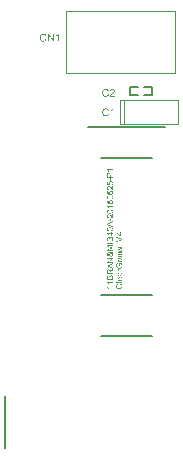
<source format=gto>
%FSLAX25Y25*%
%MOIN*%
G70*
G01*
G75*
%ADD10R,0.01575X0.05315*%
%ADD11R,0.09843X0.01378*%
%ADD12R,0.02362X0.01969*%
%ADD13R,0.06693X0.06299*%
%ADD14C,0.04000*%
%ADD15C,0.01000*%
%ADD16C,0.02000*%
%ADD17C,0.01400*%
%ADD18C,0.05118*%
%ADD19O,0.04724X0.07480*%
%ADD20C,0.11811*%
%ADD21C,0.02200*%
%ADD22C,0.03000*%
%ADD23C,0.00500*%
%ADD24C,0.00394*%
%ADD25C,0.00600*%
G36*
X47273Y64286D02*
X47314Y64280D01*
X47361Y64268D01*
X47410Y64254D01*
X47462Y64231D01*
X47518Y64199D01*
X47521D01*
X47524Y64196D01*
X47541Y64181D01*
X47567Y64161D01*
X47596Y64132D01*
X47631Y64094D01*
X47669Y64047D01*
X47704Y63995D01*
X47736Y63934D01*
Y63931D01*
X47739Y63925D01*
X47742Y63916D01*
X47748Y63905D01*
X47754Y63887D01*
X47762Y63867D01*
X47774Y63820D01*
X47788Y63765D01*
X47803Y63698D01*
X47812Y63625D01*
X47815Y63547D01*
Y63544D01*
Y63535D01*
Y63520D01*
Y63500D01*
X47812Y63477D01*
Y63451D01*
X47809Y63422D01*
X47806Y63387D01*
X47794Y63314D01*
X47783Y63238D01*
X47762Y63163D01*
X47736Y63090D01*
Y63087D01*
X47733Y63081D01*
X47727Y63072D01*
X47721Y63061D01*
X47704Y63026D01*
X47678Y62985D01*
X47643Y62938D01*
X47602Y62889D01*
X47553Y62843D01*
X47497Y62799D01*
X47495D01*
X47489Y62793D01*
X47480Y62790D01*
X47468Y62781D01*
X47454Y62776D01*
X47436Y62767D01*
X47393Y62747D01*
X47337Y62726D01*
X47276Y62709D01*
X47206Y62697D01*
X47134Y62691D01*
X47110Y62941D01*
X47116D01*
X47125Y62944D01*
X47137D01*
X47163Y62950D01*
X47201Y62959D01*
X47238Y62971D01*
X47282Y62982D01*
X47323Y63003D01*
X47361Y63023D01*
X47363Y63026D01*
X47375Y63035D01*
X47396Y63049D01*
X47416Y63072D01*
X47442Y63102D01*
X47468Y63134D01*
X47495Y63177D01*
X47518Y63224D01*
Y63227D01*
X47521Y63230D01*
X47524Y63238D01*
X47526Y63247D01*
X47535Y63276D01*
X47547Y63314D01*
X47559Y63361D01*
X47567Y63413D01*
X47573Y63471D01*
X47576Y63535D01*
Y63538D01*
Y63541D01*
Y63550D01*
Y63561D01*
X47573Y63590D01*
X47570Y63625D01*
X47564Y63666D01*
X47559Y63713D01*
X47547Y63759D01*
X47532Y63803D01*
X47529Y63809D01*
X47524Y63823D01*
X47512Y63844D01*
X47500Y63870D01*
X47480Y63896D01*
X47460Y63925D01*
X47436Y63954D01*
X47407Y63977D01*
X47404Y63980D01*
X47393Y63986D01*
X47378Y63995D01*
X47355Y64007D01*
X47332Y64018D01*
X47302Y64027D01*
X47270Y64033D01*
X47236Y64036D01*
X47218D01*
X47201Y64033D01*
X47177Y64030D01*
X47154Y64021D01*
X47125Y64012D01*
X47096Y63998D01*
X47070Y63977D01*
X47067Y63974D01*
X47058Y63966D01*
X47046Y63954D01*
X47029Y63934D01*
X47011Y63911D01*
X46991Y63879D01*
X46971Y63841D01*
X46953Y63797D01*
X46950Y63794D01*
X46947Y63779D01*
X46939Y63756D01*
X46936Y63742D01*
X46930Y63721D01*
X46921Y63701D01*
X46915Y63675D01*
X46907Y63646D01*
X46898Y63611D01*
X46889Y63576D01*
X46878Y63535D01*
X46866Y63489D01*
X46854Y63439D01*
Y63436D01*
X46851Y63427D01*
X46848Y63413D01*
X46843Y63395D01*
X46837Y63372D01*
X46831Y63346D01*
X46813Y63288D01*
X46793Y63224D01*
X46773Y63157D01*
X46752Y63099D01*
X46741Y63072D01*
X46729Y63049D01*
Y63046D01*
X46726Y63043D01*
X46715Y63026D01*
X46700Y63000D01*
X46677Y62971D01*
X46651Y62936D01*
X46619Y62901D01*
X46581Y62866D01*
X46540Y62837D01*
X46534Y62834D01*
X46520Y62825D01*
X46496Y62813D01*
X46467Y62802D01*
X46429Y62790D01*
X46386Y62779D01*
X46339Y62770D01*
X46290Y62767D01*
X46264D01*
X46234Y62773D01*
X46197Y62779D01*
X46153Y62787D01*
X46104Y62802D01*
X46054Y62822D01*
X46005Y62851D01*
X46002D01*
X45999Y62854D01*
X45981Y62869D01*
X45958Y62889D01*
X45929Y62915D01*
X45897Y62950D01*
X45862Y62994D01*
X45830Y63046D01*
X45801Y63104D01*
Y63107D01*
X45798Y63113D01*
X45795Y63122D01*
X45789Y63134D01*
X45783Y63148D01*
X45778Y63168D01*
X45766Y63212D01*
X45754Y63267D01*
X45743Y63331D01*
X45734Y63398D01*
X45731Y63474D01*
Y63477D01*
Y63483D01*
Y63497D01*
Y63512D01*
X45734Y63532D01*
Y63552D01*
X45740Y63608D01*
X45748Y63669D01*
X45763Y63733D01*
X45781Y63803D01*
X45804Y63867D01*
Y63870D01*
X45807Y63876D01*
X45812Y63884D01*
X45818Y63896D01*
X45833Y63925D01*
X45859Y63963D01*
X45888Y64007D01*
X45926Y64050D01*
X45970Y64091D01*
X46019Y64129D01*
X46022D01*
X46025Y64132D01*
X46034Y64138D01*
X46042Y64143D01*
X46071Y64158D01*
X46109Y64175D01*
X46156Y64196D01*
X46211Y64210D01*
X46269Y64225D01*
X46333Y64231D01*
X46354Y63974D01*
X46345D01*
X46336Y63972D01*
X46322Y63969D01*
X46290Y63960D01*
X46246Y63948D01*
X46200Y63931D01*
X46153Y63905D01*
X46109Y63873D01*
X46069Y63832D01*
X46066Y63826D01*
X46054Y63811D01*
X46037Y63782D01*
X46019Y63745D01*
X46002Y63695D01*
X45984Y63637D01*
X45973Y63564D01*
X45970Y63483D01*
Y63480D01*
Y63471D01*
Y63459D01*
Y63442D01*
X45973Y63424D01*
X45976Y63401D01*
X45981Y63349D01*
X45993Y63291D01*
X46007Y63232D01*
X46031Y63177D01*
X46045Y63154D01*
X46060Y63131D01*
X46063Y63125D01*
X46074Y63113D01*
X46095Y63096D01*
X46118Y63078D01*
X46150Y63058D01*
X46185Y63040D01*
X46226Y63029D01*
X46272Y63023D01*
X46290D01*
X46310Y63026D01*
X46333Y63032D01*
X46363Y63040D01*
X46392Y63055D01*
X46421Y63072D01*
X46450Y63099D01*
X46453Y63102D01*
X46461Y63116D01*
X46470Y63128D01*
X46476Y63139D01*
X46485Y63157D01*
X46496Y63177D01*
X46505Y63203D01*
X46517Y63232D01*
X46528Y63264D01*
X46543Y63302D01*
X46555Y63343D01*
X46569Y63390D01*
X46581Y63442D01*
X46595Y63500D01*
Y63503D01*
X46598Y63515D01*
X46601Y63532D01*
X46607Y63552D01*
X46613Y63579D01*
X46622Y63611D01*
X46630Y63643D01*
X46639Y63678D01*
X46659Y63753D01*
X46680Y63826D01*
X46691Y63861D01*
X46703Y63893D01*
X46712Y63922D01*
X46723Y63945D01*
Y63948D01*
X46726Y63954D01*
X46732Y63963D01*
X46738Y63974D01*
X46755Y64007D01*
X46779Y64044D01*
X46811Y64088D01*
X46845Y64132D01*
X46886Y64172D01*
X46930Y64207D01*
X46936Y64210D01*
X46950Y64222D01*
X46977Y64233D01*
X47011Y64251D01*
X47052Y64266D01*
X47102Y64280D01*
X47157Y64289D01*
X47215Y64292D01*
X47241D01*
X47273Y64286D01*
D02*
G37*
G36*
X47780Y66314D02*
X46095D01*
X47780Y65726D01*
Y65488D01*
X46066Y64906D01*
X47780D01*
Y64650D01*
X45766D01*
Y65048D01*
X47195Y65526D01*
X47198D01*
X47203Y65528D01*
X47212Y65531D01*
X47227Y65537D01*
X47262Y65549D01*
X47305Y65563D01*
X47355Y65578D01*
X47404Y65595D01*
X47451Y65610D01*
X47492Y65622D01*
X47486Y65624D01*
X47471Y65627D01*
X47445Y65636D01*
X47410Y65648D01*
X47363Y65662D01*
X47308Y65683D01*
X47244Y65703D01*
X47169Y65729D01*
X45766Y66212D01*
Y66570D01*
X47780D01*
Y66314D01*
D02*
G37*
G36*
Y67048D02*
X45766D01*
Y67315D01*
X47780D01*
Y67048D01*
D02*
G37*
G36*
Y58283D02*
X47361Y58018D01*
X47358D01*
X47352Y58012D01*
X47343Y58006D01*
X47332Y57997D01*
X47300Y57977D01*
X47259Y57951D01*
X47215Y57919D01*
X47169Y57887D01*
X47125Y57855D01*
X47084Y57826D01*
X47081Y57823D01*
X47070Y57814D01*
X47052Y57800D01*
X47032Y57779D01*
X46988Y57736D01*
X46968Y57712D01*
X46950Y57689D01*
X46947Y57686D01*
X46944Y57680D01*
X46939Y57669D01*
X46930Y57651D01*
X46921Y57634D01*
X46913Y57613D01*
X46898Y57567D01*
Y57564D01*
X46895Y57558D01*
Y57546D01*
X46892Y57532D01*
X46889Y57511D01*
Y57488D01*
X46886Y57456D01*
Y57421D01*
Y57113D01*
X47780D01*
Y56845D01*
X45766D01*
Y57736D01*
Y57738D01*
Y57747D01*
Y57762D01*
Y57779D01*
X45769Y57802D01*
Y57829D01*
X45772Y57890D01*
X45781Y57954D01*
X45789Y58024D01*
X45804Y58088D01*
X45812Y58120D01*
X45821Y58146D01*
Y58149D01*
X45824Y58152D01*
X45833Y58169D01*
X45845Y58195D01*
X45865Y58227D01*
X45891Y58262D01*
X45926Y58300D01*
X45967Y58335D01*
X46013Y58370D01*
X46016D01*
X46019Y58373D01*
X46037Y58384D01*
X46066Y58396D01*
X46104Y58413D01*
X46147Y58428D01*
X46200Y58443D01*
X46255Y58451D01*
X46316Y58454D01*
X46336D01*
X46351Y58451D01*
X46371D01*
X46392Y58448D01*
X46441Y58437D01*
X46499Y58419D01*
X46560Y58396D01*
X46622Y58361D01*
X46651Y58338D01*
X46680Y58315D01*
X46683Y58312D01*
X46685Y58309D01*
X46694Y58300D01*
X46703Y58288D01*
X46715Y58274D01*
X46726Y58256D01*
X46741Y58233D01*
X46758Y58210D01*
X46773Y58181D01*
X46787Y58149D01*
X46805Y58114D01*
X46819Y58076D01*
X46831Y58032D01*
X46845Y57989D01*
X46854Y57939D01*
X46863Y57887D01*
X46866Y57893D01*
X46872Y57904D01*
X46883Y57922D01*
X46895Y57945D01*
X46927Y57997D01*
X46947Y58024D01*
X46965Y58047D01*
X46971Y58053D01*
X46985Y58067D01*
X47008Y58091D01*
X47038Y58120D01*
X47078Y58152D01*
X47122Y58189D01*
X47174Y58227D01*
X47233Y58268D01*
X47780Y58614D01*
Y58283D01*
D02*
G37*
G36*
Y60232D02*
X47169Y59996D01*
Y59153D01*
X47780Y58934D01*
Y58652D01*
X45766Y59420D01*
Y59711D01*
X47780Y60535D01*
Y60232D01*
D02*
G37*
G36*
Y62057D02*
X46200Y61003D01*
X47780D01*
Y60747D01*
X45766D01*
Y61021D01*
X47349Y62077D01*
X45766D01*
Y62333D01*
X47780D01*
Y62057D01*
D02*
G37*
G36*
Y74154D02*
X47169Y73918D01*
Y73074D01*
X47780Y72856D01*
Y72574D01*
X45766Y73342D01*
Y73633D01*
X47780Y74456D01*
Y74154D01*
D02*
G37*
G36*
X47174Y74541D02*
X46927D01*
Y75306D01*
X47174D01*
Y74541D01*
D02*
G37*
G36*
X47780Y75472D02*
X47748D01*
X47724Y75475D01*
X47698Y75478D01*
X47669Y75484D01*
X47640Y75489D01*
X47608Y75501D01*
X47605D01*
X47602Y75504D01*
X47585Y75510D01*
X47559Y75521D01*
X47524Y75539D01*
X47483Y75562D01*
X47436Y75591D01*
X47390Y75623D01*
X47340Y75664D01*
X47337D01*
X47334Y75670D01*
X47317Y75684D01*
X47291Y75710D01*
X47253Y75748D01*
X47209Y75792D01*
X47157Y75847D01*
X47099Y75914D01*
X47038Y75987D01*
X47035Y75990D01*
X47026Y76002D01*
X47011Y76019D01*
X46994Y76039D01*
X46971Y76065D01*
X46944Y76098D01*
X46915Y76130D01*
X46883Y76167D01*
X46813Y76240D01*
X46744Y76313D01*
X46709Y76348D01*
X46674Y76380D01*
X46642Y76409D01*
X46610Y76432D01*
X46607D01*
X46604Y76438D01*
X46595Y76444D01*
X46584Y76450D01*
X46552Y76470D01*
X46514Y76493D01*
X46467Y76514D01*
X46418Y76534D01*
X46363Y76546D01*
X46310Y76552D01*
X46304D01*
X46287Y76549D01*
X46258Y76546D01*
X46226Y76537D01*
X46185Y76525D01*
X46144Y76505D01*
X46104Y76479D01*
X46063Y76444D01*
X46057Y76438D01*
X46045Y76424D01*
X46031Y76403D01*
X46010Y76371D01*
X45993Y76330D01*
X45976Y76284D01*
X45964Y76228D01*
X45961Y76167D01*
Y76165D01*
Y76159D01*
Y76150D01*
X45964Y76138D01*
X45967Y76103D01*
X45976Y76063D01*
X45987Y76019D01*
X46007Y75969D01*
X46034Y75923D01*
X46069Y75879D01*
X46074Y75874D01*
X46089Y75862D01*
X46112Y75844D01*
X46147Y75827D01*
X46188Y75807D01*
X46240Y75789D01*
X46299Y75777D01*
X46365Y75772D01*
X46339Y75519D01*
X46336D01*
X46328Y75521D01*
X46313D01*
X46293Y75524D01*
X46269Y75530D01*
X46243Y75536D01*
X46211Y75545D01*
X46179Y75553D01*
X46109Y75577D01*
X46040Y75612D01*
X46005Y75632D01*
X45970Y75658D01*
X45938Y75684D01*
X45908Y75713D01*
X45906Y75716D01*
X45903Y75722D01*
X45894Y75731D01*
X45885Y75745D01*
X45874Y75763D01*
X45862Y75783D01*
X45847Y75807D01*
X45833Y75836D01*
X45818Y75868D01*
X45804Y75903D01*
X45792Y75940D01*
X45781Y75981D01*
X45772Y76025D01*
X45763Y76071D01*
X45760Y76121D01*
X45757Y76173D01*
Y76176D01*
Y76185D01*
Y76202D01*
X45760Y76223D01*
X45763Y76246D01*
X45766Y76275D01*
X45772Y76307D01*
X45778Y76339D01*
X45798Y76415D01*
X45827Y76490D01*
X45845Y76528D01*
X45865Y76566D01*
X45891Y76601D01*
X45920Y76633D01*
X45923Y76636D01*
X45926Y76642D01*
X45938Y76648D01*
X45949Y76659D01*
X45964Y76674D01*
X45984Y76688D01*
X46005Y76703D01*
X46031Y76720D01*
X46086Y76749D01*
X46156Y76779D01*
X46191Y76790D01*
X46231Y76796D01*
X46272Y76802D01*
X46316Y76805D01*
X46336D01*
X46360Y76802D01*
X46392Y76799D01*
X46426Y76793D01*
X46467Y76781D01*
X46511Y76770D01*
X46555Y76752D01*
X46560Y76749D01*
X46575Y76744D01*
X46598Y76732D01*
X46630Y76714D01*
X46665Y76691D01*
X46709Y76662D01*
X46752Y76627D01*
X46802Y76586D01*
X46808Y76581D01*
X46825Y76566D01*
X46840Y76552D01*
X46854Y76537D01*
X46872Y76520D01*
X46895Y76496D01*
X46918Y76473D01*
X46944Y76444D01*
X46974Y76415D01*
X47006Y76380D01*
X47038Y76342D01*
X47075Y76301D01*
X47113Y76255D01*
X47154Y76208D01*
X47157Y76205D01*
X47163Y76199D01*
X47172Y76188D01*
X47183Y76173D01*
X47201Y76156D01*
X47218Y76135D01*
X47256Y76089D01*
X47300Y76039D01*
X47343Y75993D01*
X47381Y75952D01*
X47396Y75935D01*
X47410Y75920D01*
X47413Y75917D01*
X47422Y75908D01*
X47433Y75897D01*
X47451Y75882D01*
X47471Y75868D01*
X47492Y75850D01*
X47541Y75815D01*
Y76808D01*
X47780D01*
Y75472D01*
D02*
G37*
G36*
X47247Y69294D02*
X47282Y69288D01*
X47323Y69282D01*
X47366Y69271D01*
X47413Y69256D01*
X47460Y69236D01*
X47465Y69233D01*
X47480Y69224D01*
X47500Y69213D01*
X47529Y69195D01*
X47559Y69172D01*
X47591Y69148D01*
X47622Y69119D01*
X47649Y69087D01*
X47652Y69085D01*
X47660Y69073D01*
X47672Y69052D01*
X47684Y69026D01*
X47701Y68994D01*
X47719Y68956D01*
X47733Y68916D01*
X47748Y68866D01*
Y68860D01*
X47754Y68843D01*
X47756Y68814D01*
X47762Y68776D01*
X47768Y68729D01*
X47774Y68674D01*
X47777Y68613D01*
X47780Y68543D01*
Y67775D01*
X45766D01*
Y68529D01*
Y68532D01*
Y68540D01*
Y68552D01*
Y68567D01*
X45769Y68587D01*
Y68610D01*
X45775Y68663D01*
X45781Y68721D01*
X45792Y68782D01*
X45807Y68843D01*
X45827Y68898D01*
Y68901D01*
X45830Y68904D01*
X45839Y68922D01*
X45853Y68948D01*
X45874Y68977D01*
X45900Y69012D01*
X45932Y69050D01*
X45973Y69085D01*
X46016Y69116D01*
X46022Y69119D01*
X46040Y69128D01*
X46063Y69143D01*
X46098Y69157D01*
X46138Y69172D01*
X46182Y69186D01*
X46231Y69195D01*
X46281Y69198D01*
X46301D01*
X46328Y69195D01*
X46360Y69189D01*
X46397Y69181D01*
X46438Y69166D01*
X46479Y69148D01*
X46523Y69125D01*
X46528Y69122D01*
X46540Y69113D01*
X46563Y69096D01*
X46587Y69073D01*
X46616Y69044D01*
X46648Y69009D01*
X46677Y68965D01*
X46706Y68916D01*
Y68919D01*
X46709Y68924D01*
X46712Y68933D01*
X46718Y68945D01*
X46729Y68980D01*
X46749Y69020D01*
X46776Y69064D01*
X46808Y69113D01*
X46845Y69157D01*
X46892Y69198D01*
X46898Y69201D01*
X46915Y69213D01*
X46942Y69230D01*
X46977Y69247D01*
X47023Y69265D01*
X47072Y69282D01*
X47131Y69294D01*
X47195Y69297D01*
X47218D01*
X47247Y69294D01*
D02*
G37*
G36*
X47297Y70601D02*
X47780D01*
Y70353D01*
X47297D01*
Y69477D01*
X47070D01*
X45766Y70400D01*
Y70601D01*
X47070D01*
Y70874D01*
X47297D01*
Y70601D01*
D02*
G37*
G36*
X46878Y72440D02*
X46913D01*
X46950Y72437D01*
X46991Y72434D01*
X47084Y72425D01*
X47180Y72411D01*
X47273Y72393D01*
X47317Y72382D01*
X47361Y72367D01*
X47363D01*
X47369Y72364D01*
X47381Y72358D01*
X47396Y72352D01*
X47416Y72347D01*
X47436Y72335D01*
X47486Y72312D01*
X47538Y72282D01*
X47596Y72245D01*
X47649Y72201D01*
X47698Y72149D01*
Y72146D01*
X47704Y72143D01*
X47710Y72134D01*
X47716Y72123D01*
X47724Y72108D01*
X47736Y72093D01*
X47756Y72050D01*
X47777Y71997D01*
X47797Y71936D01*
X47809Y71864D01*
X47815Y71785D01*
Y71782D01*
Y71773D01*
Y71756D01*
X47812Y71736D01*
X47809Y71712D01*
X47803Y71683D01*
X47797Y71651D01*
X47788Y71616D01*
X47777Y71581D01*
X47765Y71543D01*
X47748Y71506D01*
X47727Y71468D01*
X47704Y71430D01*
X47675Y71392D01*
X47643Y71357D01*
X47608Y71325D01*
X47605Y71322D01*
X47596Y71316D01*
X47582Y71308D01*
X47559Y71293D01*
X47532Y71279D01*
X47497Y71264D01*
X47457Y71244D01*
X47410Y71226D01*
X47358Y71209D01*
X47297Y71191D01*
X47230Y71174D01*
X47154Y71159D01*
X47072Y71145D01*
X46985Y71136D01*
X46889Y71130D01*
X46787Y71127D01*
X46729D01*
X46697Y71130D01*
X46662D01*
X46624Y71133D01*
X46581Y71136D01*
X46490Y71145D01*
X46395Y71159D01*
X46299Y71177D01*
X46255Y71188D01*
X46211Y71200D01*
X46208D01*
X46202Y71203D01*
X46191Y71209D01*
X46176Y71215D01*
X46156Y71220D01*
X46136Y71232D01*
X46086Y71255D01*
X46034Y71284D01*
X45978Y71322D01*
X45923Y71366D01*
X45877Y71418D01*
Y71421D01*
X45871Y71424D01*
X45865Y71433D01*
X45859Y71444D01*
X45847Y71459D01*
X45839Y71477D01*
X45815Y71520D01*
X45795Y71573D01*
X45775Y71634D01*
X45763Y71706D01*
X45757Y71785D01*
Y71788D01*
Y71791D01*
Y71799D01*
Y71811D01*
X45760Y71843D01*
X45766Y71881D01*
X45775Y71925D01*
X45786Y71971D01*
X45801Y72021D01*
X45824Y72067D01*
Y72070D01*
X45827Y72073D01*
X45836Y72088D01*
X45850Y72111D01*
X45871Y72140D01*
X45900Y72172D01*
X45932Y72207D01*
X45970Y72239D01*
X46013Y72271D01*
X46019Y72274D01*
X46034Y72285D01*
X46060Y72297D01*
X46098Y72317D01*
X46141Y72335D01*
X46191Y72358D01*
X46249Y72379D01*
X46313Y72396D01*
X46316D01*
X46322Y72399D01*
X46330Y72402D01*
X46345Y72405D01*
X46363Y72408D01*
X46383Y72411D01*
X46409Y72416D01*
X46438Y72419D01*
X46470Y72425D01*
X46505Y72428D01*
X46546Y72431D01*
X46587Y72437D01*
X46633Y72440D01*
X46680D01*
X46732Y72443D01*
X46845D01*
X46878Y72440D01*
D02*
G37*
G36*
X47247Y56472D02*
X47282Y56467D01*
X47323Y56461D01*
X47366Y56449D01*
X47413Y56435D01*
X47460Y56414D01*
X47465Y56411D01*
X47480Y56403D01*
X47500Y56391D01*
X47529Y56374D01*
X47559Y56350D01*
X47591Y56327D01*
X47622Y56298D01*
X47649Y56266D01*
X47652Y56263D01*
X47660Y56251D01*
X47672Y56231D01*
X47684Y56205D01*
X47701Y56173D01*
X47719Y56135D01*
X47733Y56094D01*
X47748Y56045D01*
Y56039D01*
X47754Y56021D01*
X47756Y55992D01*
X47762Y55954D01*
X47768Y55908D01*
X47774Y55853D01*
X47777Y55792D01*
X47780Y55722D01*
Y54953D01*
X45766D01*
Y55707D01*
Y55710D01*
Y55719D01*
Y55730D01*
Y55745D01*
X45769Y55765D01*
Y55789D01*
X45775Y55841D01*
X45781Y55899D01*
X45792Y55960D01*
X45807Y56021D01*
X45827Y56077D01*
Y56080D01*
X45830Y56083D01*
X45839Y56100D01*
X45853Y56126D01*
X45874Y56155D01*
X45900Y56190D01*
X45932Y56228D01*
X45973Y56263D01*
X46016Y56295D01*
X46022Y56298D01*
X46040Y56307D01*
X46063Y56321D01*
X46098Y56336D01*
X46138Y56350D01*
X46182Y56365D01*
X46231Y56374D01*
X46281Y56376D01*
X46301D01*
X46328Y56374D01*
X46360Y56368D01*
X46397Y56359D01*
X46438Y56344D01*
X46479Y56327D01*
X46523Y56304D01*
X46528Y56301D01*
X46540Y56292D01*
X46563Y56275D01*
X46587Y56251D01*
X46616Y56222D01*
X46648Y56187D01*
X46677Y56144D01*
X46706Y56094D01*
Y56097D01*
X46709Y56103D01*
X46712Y56112D01*
X46718Y56123D01*
X46729Y56158D01*
X46749Y56199D01*
X46776Y56243D01*
X46808Y56292D01*
X46845Y56336D01*
X46892Y56376D01*
X46898Y56379D01*
X46915Y56391D01*
X46942Y56409D01*
X46977Y56426D01*
X47023Y56443D01*
X47072Y56461D01*
X47131Y56472D01*
X47195Y56475D01*
X47218D01*
X47247Y56472D01*
D02*
G37*
G36*
X50862Y57191D02*
X50859Y57188D01*
X50848Y57186D01*
X50833Y57180D01*
X50810Y57171D01*
X50784Y57162D01*
X50752Y57156D01*
X50717Y57151D01*
X50679Y57145D01*
Y57142D01*
X50685Y57139D01*
X50699Y57121D01*
X50720Y57095D01*
X50746Y57060D01*
X50772Y57017D01*
X50801Y56973D01*
X50827Y56927D01*
X50848Y56877D01*
X50851Y56871D01*
X50854Y56854D01*
X50862Y56827D01*
X50871Y56796D01*
X50880Y56755D01*
X50885Y56708D01*
X50891Y56656D01*
X50894Y56603D01*
Y56600D01*
Y56592D01*
Y56580D01*
X50891Y56563D01*
Y56542D01*
X50888Y56519D01*
X50880Y56467D01*
X50865Y56409D01*
X50845Y56344D01*
X50816Y56286D01*
X50778Y56234D01*
X50772Y56228D01*
X50757Y56213D01*
X50731Y56193D01*
X50696Y56170D01*
X50653Y56147D01*
X50603Y56126D01*
X50542Y56112D01*
X50513Y56109D01*
X50478Y56106D01*
X50461D01*
X50440Y56109D01*
X50414Y56112D01*
X50382Y56117D01*
X50350Y56126D01*
X50315Y56138D01*
X50283Y56152D01*
X50280Y56155D01*
X50269Y56161D01*
X50251Y56173D01*
X50231Y56187D01*
X50208Y56205D01*
X50184Y56228D01*
X50161Y56251D01*
X50141Y56280D01*
X50138Y56283D01*
X50132Y56295D01*
X50120Y56309D01*
X50108Y56333D01*
X50097Y56359D01*
X50082Y56391D01*
X50071Y56423D01*
X50059Y56461D01*
Y56464D01*
X50056Y56475D01*
X50050Y56493D01*
X50047Y56516D01*
X50042Y56545D01*
X50036Y56583D01*
X50027Y56627D01*
X50021Y56679D01*
Y56682D01*
X50018Y56694D01*
Y56708D01*
X50015Y56729D01*
X50012Y56752D01*
X50007Y56781D01*
X50004Y56813D01*
X49998Y56848D01*
X49983Y56918D01*
X49969Y56993D01*
X49951Y57060D01*
X49943Y57092D01*
X49934Y57121D01*
X49925D01*
X49908Y57124D01*
X49847D01*
X49817Y57121D01*
X49786Y57116D01*
X49751Y57107D01*
X49716Y57092D01*
X49684Y57075D01*
X49657Y57052D01*
X49655Y57049D01*
X49643Y57034D01*
X49631Y57011D01*
X49614Y56982D01*
X49599Y56941D01*
X49585Y56894D01*
X49576Y56836D01*
X49573Y56769D01*
Y56766D01*
Y56761D01*
Y56752D01*
Y56740D01*
X49576Y56711D01*
X49582Y56670D01*
X49588Y56630D01*
X49599Y56586D01*
X49614Y56545D01*
X49634Y56510D01*
X49637Y56507D01*
X49646Y56496D01*
X49660Y56481D01*
X49684Y56464D01*
X49713Y56446D01*
X49751Y56426D01*
X49797Y56409D01*
X49850Y56391D01*
X49817Y56150D01*
X49815D01*
X49812Y56152D01*
X49803D01*
X49791Y56155D01*
X49765Y56164D01*
X49727Y56176D01*
X49689Y56190D01*
X49649Y56208D01*
X49608Y56231D01*
X49570Y56257D01*
X49567Y56260D01*
X49556Y56272D01*
X49538Y56289D01*
X49515Y56313D01*
X49492Y56344D01*
X49468Y56382D01*
X49442Y56426D01*
X49422Y56475D01*
Y56478D01*
X49419Y56481D01*
X49416Y56490D01*
X49413Y56502D01*
X49404Y56531D01*
X49396Y56571D01*
X49387Y56618D01*
X49378Y56676D01*
X49372Y56737D01*
X49369Y56807D01*
Y56810D01*
Y56816D01*
Y56825D01*
Y56839D01*
X49372Y56871D01*
X49375Y56915D01*
X49381Y56964D01*
X49390Y57014D01*
X49401Y57063D01*
X49416Y57110D01*
X49419Y57116D01*
X49425Y57130D01*
X49433Y57151D01*
X49445Y57177D01*
X49463Y57206D01*
X49480Y57235D01*
X49503Y57261D01*
X49527Y57284D01*
X49529Y57287D01*
X49538Y57293D01*
X49553Y57302D01*
X49570Y57314D01*
X49596Y57328D01*
X49623Y57340D01*
X49655Y57351D01*
X49692Y57360D01*
X49695D01*
X49704Y57363D01*
X49722Y57366D01*
X49745Y57369D01*
X49777D01*
X49815Y57372D01*
X49864Y57375D01*
X50365D01*
X50434Y57377D01*
X50507D01*
X50580Y57380D01*
X50612Y57383D01*
X50641D01*
X50667Y57386D01*
X50688Y57389D01*
X50691D01*
X50702Y57392D01*
X50720Y57395D01*
X50743Y57404D01*
X50769Y57410D01*
X50798Y57421D01*
X50830Y57436D01*
X50862Y57450D01*
Y57191D01*
D02*
G37*
G36*
X49678Y58454D02*
X49675Y58451D01*
X49669Y58440D01*
X49660Y58422D01*
X49652Y58399D01*
X49643Y58373D01*
X49634Y58341D01*
X49628Y58309D01*
X49626Y58277D01*
Y58274D01*
Y58262D01*
X49628Y58248D01*
X49631Y58227D01*
X49637Y58207D01*
X49646Y58181D01*
X49657Y58154D01*
X49675Y58131D01*
X49678Y58128D01*
X49684Y58120D01*
X49695Y58111D01*
X49710Y58096D01*
X49730Y58082D01*
X49753Y58067D01*
X49780Y58053D01*
X49812Y58041D01*
X49817Y58038D01*
X49835Y58035D01*
X49861Y58029D01*
X49896Y58021D01*
X49940Y58012D01*
X49989Y58006D01*
X50042Y58003D01*
X50100Y58000D01*
X50862D01*
Y57753D01*
X49401D01*
Y57977D01*
X49623D01*
X49620Y57980D01*
X49599Y57991D01*
X49573Y58006D01*
X49541Y58029D01*
X49509Y58053D01*
X49474Y58079D01*
X49445Y58105D01*
X49422Y58131D01*
X49419Y58134D01*
X49413Y58143D01*
X49404Y58160D01*
X49396Y58178D01*
X49387Y58201D01*
X49378Y58230D01*
X49372Y58259D01*
X49369Y58291D01*
Y58297D01*
Y58312D01*
X49372Y58338D01*
X49378Y58370D01*
X49390Y58408D01*
X49404Y58448D01*
X49425Y58495D01*
X49451Y58544D01*
X49678Y58454D01*
D02*
G37*
G36*
X50586Y60517D02*
X50589Y60512D01*
X50597Y60500D01*
X50609Y60485D01*
X50621Y60468D01*
X50635Y60448D01*
X50653Y60421D01*
X50670Y60395D01*
X50708Y60334D01*
X50749Y60264D01*
X50787Y60192D01*
X50819Y60113D01*
Y60110D01*
X50822Y60104D01*
X50824Y60093D01*
X50830Y60078D01*
X50836Y60058D01*
X50845Y60034D01*
X50851Y60008D01*
X50856Y59982D01*
X50871Y59918D01*
X50885Y59845D01*
X50894Y59767D01*
X50897Y59685D01*
Y59682D01*
Y59671D01*
Y59656D01*
X50894Y59636D01*
Y59610D01*
X50891Y59578D01*
X50885Y59543D01*
X50883Y59505D01*
X50865Y59420D01*
X50845Y59330D01*
X50813Y59237D01*
X50795Y59190D01*
X50772Y59144D01*
X50769Y59141D01*
X50766Y59132D01*
X50757Y59121D01*
X50749Y59103D01*
X50734Y59083D01*
X50720Y59062D01*
X50679Y59007D01*
X50626Y58949D01*
X50563Y58888D01*
X50490Y58830D01*
X50405Y58777D01*
X50402D01*
X50394Y58771D01*
X50382Y58766D01*
X50362Y58757D01*
X50341Y58748D01*
X50312Y58739D01*
X50283Y58728D01*
X50248Y58716D01*
X50210Y58705D01*
X50167Y58693D01*
X50123Y58684D01*
X50077Y58675D01*
X49975Y58661D01*
X49867Y58655D01*
X49838D01*
X49817Y58658D01*
X49791D01*
X49759Y58661D01*
X49727Y58667D01*
X49689Y58670D01*
X49649Y58678D01*
X49605Y58684D01*
X49512Y58707D01*
X49416Y58736D01*
X49320Y58777D01*
X49317Y58780D01*
X49308Y58783D01*
X49297Y58789D01*
X49279Y58801D01*
X49256Y58812D01*
X49233Y58827D01*
X49177Y58867D01*
X49113Y58917D01*
X49052Y58978D01*
X48991Y59048D01*
X48965Y59089D01*
X48939Y59129D01*
X48936Y59132D01*
X48933Y59141D01*
X48927Y59153D01*
X48918Y59170D01*
X48910Y59193D01*
X48898Y59219D01*
X48886Y59249D01*
X48875Y59284D01*
X48863Y59321D01*
X48854Y59362D01*
X48843Y59406D01*
X48834Y59452D01*
X48819Y59554D01*
X48814Y59607D01*
Y59662D01*
Y59665D01*
Y59671D01*
Y59682D01*
Y59700D01*
X48816Y59717D01*
Y59740D01*
X48822Y59796D01*
X48831Y59857D01*
X48846Y59921D01*
X48863Y59991D01*
X48886Y60058D01*
Y60061D01*
X48889Y60066D01*
X48892Y60075D01*
X48898Y60087D01*
X48915Y60119D01*
X48936Y60159D01*
X48965Y60203D01*
X49000Y60250D01*
X49038Y60293D01*
X49084Y60334D01*
X49090Y60340D01*
X49108Y60352D01*
X49134Y60369D01*
X49172Y60392D01*
X49218Y60416D01*
X49276Y60442D01*
X49340Y60468D01*
X49413Y60488D01*
X49477Y60247D01*
X49474D01*
X49471Y60244D01*
X49463Y60241D01*
X49451Y60238D01*
X49425Y60229D01*
X49390Y60218D01*
X49349Y60200D01*
X49311Y60180D01*
X49270Y60159D01*
X49235Y60133D01*
X49233Y60130D01*
X49221Y60122D01*
X49206Y60104D01*
X49186Y60084D01*
X49163Y60058D01*
X49139Y60023D01*
X49116Y59985D01*
X49096Y59941D01*
X49093Y59935D01*
X49087Y59921D01*
X49078Y59895D01*
X49067Y59860D01*
X49058Y59819D01*
X49049Y59772D01*
X49044Y59720D01*
X49041Y59665D01*
Y59662D01*
Y59656D01*
Y59647D01*
Y59633D01*
X49044Y59618D01*
Y59601D01*
X49046Y59557D01*
X49055Y59508D01*
X49064Y59452D01*
X49078Y59400D01*
X49099Y59348D01*
X49102Y59342D01*
X49108Y59324D01*
X49122Y59301D01*
X49137Y59272D01*
X49160Y59237D01*
X49183Y59199D01*
X49212Y59164D01*
X49244Y59132D01*
X49247Y59129D01*
X49259Y59118D01*
X49279Y59103D01*
X49302Y59086D01*
X49332Y59065D01*
X49367Y59045D01*
X49404Y59025D01*
X49445Y59004D01*
X49448D01*
X49454Y59001D01*
X49463Y58998D01*
X49477Y58993D01*
X49494Y58987D01*
X49515Y58981D01*
X49538Y58972D01*
X49564Y58966D01*
X49626Y58952D01*
X49695Y58940D01*
X49768Y58931D01*
X49850Y58929D01*
X49876D01*
X49893Y58931D01*
X49916D01*
X49946Y58934D01*
X49975Y58937D01*
X50007Y58940D01*
X50079Y58952D01*
X50155Y58966D01*
X50231Y58990D01*
X50304Y59019D01*
X50306D01*
X50312Y59025D01*
X50321Y59027D01*
X50333Y59036D01*
X50365Y59057D01*
X50405Y59089D01*
X50449Y59126D01*
X50493Y59173D01*
X50533Y59228D01*
X50571Y59289D01*
Y59292D01*
X50574Y59298D01*
X50580Y59307D01*
X50586Y59321D01*
X50592Y59336D01*
X50597Y59356D01*
X50615Y59403D01*
X50629Y59461D01*
X50644Y59525D01*
X50656Y59595D01*
X50659Y59668D01*
Y59671D01*
Y59676D01*
Y59685D01*
Y59697D01*
X50656Y59714D01*
Y59732D01*
X50650Y59775D01*
X50644Y59828D01*
X50632Y59883D01*
X50615Y59944D01*
X50595Y60005D01*
Y60008D01*
X50592Y60014D01*
X50589Y60020D01*
X50583Y60031D01*
X50568Y60063D01*
X50551Y60098D01*
X50530Y60139D01*
X50507Y60183D01*
X50481Y60224D01*
X50452Y60258D01*
X50074D01*
Y59665D01*
X49835D01*
Y60520D01*
X50583D01*
X50586Y60517D01*
D02*
G37*
G36*
X50239Y53699D02*
X50257Y53693D01*
X50280Y53685D01*
X50306Y53676D01*
X50338Y53664D01*
X50373Y53650D01*
X50411Y53632D01*
X50493Y53592D01*
X50574Y53539D01*
X50615Y53507D01*
X50656Y53475D01*
X50691Y53440D01*
X50725Y53399D01*
X50728Y53397D01*
X50734Y53391D01*
X50740Y53376D01*
X50752Y53362D01*
X50766Y53338D01*
X50781Y53315D01*
X50795Y53283D01*
X50810Y53251D01*
X50827Y53213D01*
X50842Y53173D01*
X50856Y53129D01*
X50871Y53082D01*
X50883Y53033D01*
X50888Y52981D01*
X50894Y52925D01*
X50897Y52867D01*
Y52864D01*
Y52852D01*
Y52835D01*
X50894Y52812D01*
Y52785D01*
X50891Y52754D01*
X50885Y52719D01*
X50880Y52678D01*
X50865Y52593D01*
X50842Y52506D01*
X50810Y52419D01*
X50789Y52378D01*
X50766Y52337D01*
X50763Y52334D01*
X50760Y52329D01*
X50752Y52317D01*
X50740Y52305D01*
X50728Y52288D01*
X50711Y52268D01*
X50691Y52244D01*
X50667Y52221D01*
X50641Y52198D01*
X50615Y52171D01*
X50548Y52119D01*
X50469Y52070D01*
X50382Y52026D01*
X50379D01*
X50370Y52020D01*
X50356Y52017D01*
X50338Y52009D01*
X50315Y52003D01*
X50286Y51994D01*
X50254Y51982D01*
X50219Y51974D01*
X50181Y51965D01*
X50138Y51953D01*
X50047Y51939D01*
X49946Y51927D01*
X49841Y51921D01*
X49809D01*
X49788Y51924D01*
X49759D01*
X49730Y51927D01*
X49692Y51930D01*
X49655Y51936D01*
X49570Y51950D01*
X49477Y51971D01*
X49384Y52000D01*
X49294Y52041D01*
X49291Y52043D01*
X49282Y52046D01*
X49270Y52052D01*
X49256Y52064D01*
X49235Y52075D01*
X49212Y52090D01*
X49160Y52128D01*
X49102Y52177D01*
X49044Y52236D01*
X48985Y52302D01*
X48936Y52381D01*
X48933Y52384D01*
X48930Y52393D01*
X48924Y52404D01*
X48915Y52419D01*
X48907Y52442D01*
X48898Y52465D01*
X48886Y52495D01*
X48875Y52526D01*
X48863Y52561D01*
X48851Y52599D01*
X48834Y52681D01*
X48819Y52774D01*
X48814Y52870D01*
Y52873D01*
Y52885D01*
Y52899D01*
X48816Y52919D01*
X48819Y52946D01*
X48822Y52978D01*
X48825Y53010D01*
X48834Y53047D01*
X48851Y53126D01*
X48878Y53213D01*
X48895Y53257D01*
X48915Y53298D01*
X48942Y53338D01*
X48968Y53379D01*
X48971Y53382D01*
X48974Y53388D01*
X48982Y53399D01*
X48997Y53414D01*
X49011Y53429D01*
X49032Y53449D01*
X49055Y53469D01*
X49078Y53493D01*
X49108Y53516D01*
X49142Y53539D01*
X49177Y53565D01*
X49215Y53589D01*
X49259Y53609D01*
X49302Y53632D01*
X49349Y53650D01*
X49401Y53667D01*
X49463Y53405D01*
X49460D01*
X49454Y53402D01*
X49442Y53397D01*
X49428Y53391D01*
X49410Y53385D01*
X49387Y53376D01*
X49340Y53353D01*
X49288Y53324D01*
X49235Y53289D01*
X49186Y53245D01*
X49142Y53199D01*
X49137Y53193D01*
X49125Y53175D01*
X49110Y53146D01*
X49090Y53109D01*
X49073Y53059D01*
X49055Y53004D01*
X49044Y52937D01*
X49041Y52864D01*
Y52861D01*
Y52852D01*
Y52841D01*
X49044Y52826D01*
Y52806D01*
X49046Y52783D01*
X49055Y52727D01*
X49067Y52666D01*
X49087Y52602D01*
X49116Y52535D01*
X49154Y52474D01*
Y52471D01*
X49160Y52468D01*
X49174Y52448D01*
X49198Y52422D01*
X49233Y52390D01*
X49276Y52352D01*
X49326Y52317D01*
X49387Y52285D01*
X49454Y52256D01*
X49457D01*
X49463Y52253D01*
X49471Y52250D01*
X49486Y52247D01*
X49503Y52241D01*
X49524Y52236D01*
X49573Y52227D01*
X49631Y52215D01*
X49695Y52204D01*
X49765Y52198D01*
X49841Y52195D01*
X49884D01*
X49905Y52198D01*
X49931D01*
X49960Y52201D01*
X49992Y52204D01*
X50062Y52212D01*
X50138Y52227D01*
X50213Y52244D01*
X50289Y52268D01*
X50292D01*
X50298Y52271D01*
X50306Y52276D01*
X50321Y52282D01*
X50356Y52300D01*
X50397Y52326D01*
X50443Y52358D01*
X50493Y52399D01*
X50536Y52445D01*
X50577Y52500D01*
Y52503D01*
X50580Y52509D01*
X50586Y52518D01*
X50592Y52529D01*
X50597Y52544D01*
X50606Y52561D01*
X50624Y52602D01*
X50641Y52655D01*
X50656Y52713D01*
X50667Y52777D01*
X50670Y52844D01*
Y52847D01*
Y52852D01*
Y52864D01*
X50667Y52882D01*
Y52902D01*
X50664Y52922D01*
X50653Y52975D01*
X50638Y53036D01*
X50615Y53097D01*
X50583Y53161D01*
X50565Y53193D01*
X50542Y53222D01*
X50539Y53225D01*
X50536Y53228D01*
X50528Y53237D01*
X50519Y53248D01*
X50504Y53260D01*
X50487Y53274D01*
X50469Y53292D01*
X50446Y53306D01*
X50420Y53324D01*
X50391Y53344D01*
X50362Y53362D01*
X50327Y53379D01*
X50289Y53394D01*
X50248Y53408D01*
X50205Y53423D01*
X50158Y53434D01*
X50225Y53702D01*
X50228D01*
X50239Y53699D01*
D02*
G37*
G36*
X50862Y53993D02*
X48849D01*
Y54241D01*
X50862D01*
Y53993D01*
D02*
G37*
G36*
X50196Y55885D02*
Y54793D01*
X50208D01*
X50219Y54796D01*
X50237D01*
X50257Y54799D01*
X50280Y54805D01*
X50333Y54814D01*
X50391Y54831D01*
X50455Y54855D01*
X50513Y54887D01*
X50565Y54927D01*
Y54930D01*
X50571Y54933D01*
X50586Y54951D01*
X50606Y54977D01*
X50626Y55012D01*
X50650Y55058D01*
X50670Y55111D01*
X50685Y55169D01*
X50688Y55201D01*
X50691Y55236D01*
Y55239D01*
Y55242D01*
Y55259D01*
X50688Y55285D01*
X50682Y55317D01*
X50673Y55352D01*
X50661Y55393D01*
X50644Y55431D01*
X50621Y55469D01*
X50618Y55471D01*
X50606Y55486D01*
X50589Y55503D01*
X50565Y55524D01*
X50533Y55547D01*
X50493Y55573D01*
X50446Y55599D01*
X50391Y55623D01*
X50423Y55879D01*
X50426D01*
X50432Y55876D01*
X50443Y55873D01*
X50461Y55867D01*
X50478Y55858D01*
X50501Y55850D01*
X50551Y55826D01*
X50606Y55797D01*
X50664Y55757D01*
X50720Y55710D01*
X50772Y55652D01*
Y55649D01*
X50778Y55643D01*
X50784Y55634D01*
X50792Y55623D01*
X50801Y55605D01*
X50810Y55588D01*
X50822Y55565D01*
X50833Y55538D01*
X50845Y55509D01*
X50856Y55480D01*
X50874Y55407D01*
X50888Y55326D01*
X50894Y55236D01*
Y55233D01*
Y55221D01*
Y55204D01*
X50891Y55183D01*
X50888Y55157D01*
X50883Y55125D01*
X50877Y55090D01*
X50871Y55052D01*
X50848Y54971D01*
X50830Y54927D01*
X50813Y54887D01*
X50789Y54843D01*
X50763Y54802D01*
X50734Y54764D01*
X50699Y54726D01*
X50696Y54724D01*
X50691Y54718D01*
X50679Y54709D01*
X50661Y54697D01*
X50641Y54683D01*
X50618Y54668D01*
X50589Y54651D01*
X50557Y54633D01*
X50519Y54616D01*
X50478Y54598D01*
X50432Y54584D01*
X50382Y54569D01*
X50330Y54558D01*
X50271Y54549D01*
X50210Y54543D01*
X50146Y54540D01*
X50111D01*
X50085Y54543D01*
X50053Y54546D01*
X50018Y54549D01*
X49978Y54555D01*
X49937Y54563D01*
X49844Y54587D01*
X49797Y54601D01*
X49748Y54619D01*
X49701Y54642D01*
X49657Y54668D01*
X49614Y54697D01*
X49573Y54729D01*
X49570Y54732D01*
X49564Y54738D01*
X49556Y54750D01*
X49541Y54764D01*
X49527Y54782D01*
X49509Y54805D01*
X49489Y54831D01*
X49471Y54863D01*
X49451Y54895D01*
X49433Y54933D01*
X49416Y54974D01*
X49401Y55018D01*
X49387Y55064D01*
X49378Y55114D01*
X49372Y55166D01*
X49369Y55221D01*
Y55224D01*
Y55233D01*
Y55250D01*
X49372Y55271D01*
X49375Y55294D01*
X49381Y55323D01*
X49387Y55355D01*
X49396Y55393D01*
X49404Y55428D01*
X49419Y55469D01*
X49433Y55506D01*
X49454Y55547D01*
X49477Y55588D01*
X49503Y55629D01*
X49535Y55666D01*
X49570Y55701D01*
X49573Y55704D01*
X49579Y55710D01*
X49591Y55719D01*
X49608Y55730D01*
X49628Y55745D01*
X49652Y55760D01*
X49681Y55777D01*
X49716Y55795D01*
X49753Y55812D01*
X49794Y55829D01*
X49841Y55844D01*
X49890Y55858D01*
X49946Y55870D01*
X50004Y55879D01*
X50065Y55885D01*
X50132Y55888D01*
X50167D01*
X50196Y55885D01*
D02*
G37*
G36*
X50478Y65904D02*
X50510Y65898D01*
X50545Y65889D01*
X50583Y65875D01*
X50626Y65857D01*
X50667Y65834D01*
X50673Y65831D01*
X50685Y65819D01*
X50705Y65805D01*
X50728Y65782D01*
X50754Y65750D01*
X50784Y65715D01*
X50810Y65674D01*
X50836Y65624D01*
Y65622D01*
X50839Y65619D01*
X50845Y65601D01*
X50854Y65572D01*
X50865Y65534D01*
X50877Y65488D01*
X50885Y65435D01*
X50891Y65380D01*
X50894Y65316D01*
Y65313D01*
Y65304D01*
Y65290D01*
X50891Y65269D01*
Y65246D01*
X50888Y65217D01*
X50885Y65188D01*
X50880Y65156D01*
X50865Y65086D01*
X50845Y65013D01*
X50816Y64943D01*
X50798Y64912D01*
X50778Y64882D01*
X50775Y64880D01*
X50772Y64877D01*
X50754Y64859D01*
X50728Y64833D01*
X50688Y64804D01*
X50638Y64772D01*
X50580Y64740D01*
X50507Y64714D01*
X50426Y64693D01*
X50388Y64938D01*
X50394D01*
X50411Y64943D01*
X50440Y64949D01*
X50472Y64961D01*
X50507Y64976D01*
X50545Y64993D01*
X50583Y65019D01*
X50615Y65051D01*
X50618Y65057D01*
X50626Y65069D01*
X50638Y65092D01*
X50653Y65121D01*
X50667Y65159D01*
X50679Y65202D01*
X50688Y65255D01*
X50691Y65316D01*
Y65319D01*
Y65325D01*
Y65333D01*
Y65345D01*
X50688Y65374D01*
X50682Y65412D01*
X50673Y65453D01*
X50661Y65496D01*
X50647Y65534D01*
X50624Y65569D01*
X50621Y65572D01*
X50612Y65584D01*
X50597Y65595D01*
X50577Y65613D01*
X50554Y65627D01*
X50525Y65642D01*
X50495Y65651D01*
X50461Y65654D01*
X50446D01*
X50432Y65651D01*
X50411Y65645D01*
X50391Y65636D01*
X50370Y65622D01*
X50347Y65604D01*
X50330Y65578D01*
X50327Y65575D01*
X50324Y65566D01*
X50315Y65552D01*
X50306Y65528D01*
X50295Y65494D01*
X50286Y65473D01*
X50280Y65450D01*
X50271Y65424D01*
X50263Y65395D01*
X50254Y65363D01*
X50245Y65325D01*
Y65322D01*
X50242Y65313D01*
X50239Y65298D01*
X50234Y65281D01*
X50228Y65258D01*
X50219Y65232D01*
X50205Y65176D01*
X50184Y65112D01*
X50167Y65051D01*
X50146Y64993D01*
X50135Y64967D01*
X50126Y64946D01*
X50123Y64941D01*
X50117Y64929D01*
X50106Y64912D01*
X50091Y64888D01*
X50071Y64862D01*
X50047Y64836D01*
X50021Y64810D01*
X49989Y64786D01*
X49986Y64784D01*
X49975Y64778D01*
X49954Y64769D01*
X49931Y64760D01*
X49902Y64751D01*
X49867Y64743D01*
X49832Y64737D01*
X49791Y64734D01*
X49774D01*
X49756Y64737D01*
X49730Y64740D01*
X49704Y64746D01*
X49672Y64751D01*
X49643Y64763D01*
X49611Y64778D01*
X49608Y64781D01*
X49596Y64786D01*
X49582Y64795D01*
X49561Y64810D01*
X49541Y64827D01*
X49515Y64847D01*
X49492Y64871D01*
X49471Y64900D01*
X49468Y64903D01*
X49465Y64912D01*
X49457Y64923D01*
X49448Y64941D01*
X49436Y64964D01*
X49425Y64990D01*
X49413Y65022D01*
X49401Y65057D01*
X49398Y65063D01*
X49396Y65074D01*
X49390Y65095D01*
X49384Y65121D01*
X49378Y65153D01*
X49375Y65188D01*
X49369Y65229D01*
Y65269D01*
Y65272D01*
Y65278D01*
Y65287D01*
Y65298D01*
X49372Y65330D01*
X49375Y65374D01*
X49381Y65421D01*
X49393Y65470D01*
X49404Y65523D01*
X49422Y65572D01*
Y65575D01*
X49425Y65578D01*
X49431Y65592D01*
X49442Y65616D01*
X49457Y65645D01*
X49477Y65677D01*
X49500Y65709D01*
X49527Y65738D01*
X49556Y65764D01*
X49558Y65767D01*
X49570Y65773D01*
X49591Y65785D01*
X49614Y65799D01*
X49649Y65814D01*
X49687Y65828D01*
X49730Y65840D01*
X49780Y65851D01*
X49812Y65610D01*
X49806D01*
X49794Y65607D01*
X49774Y65601D01*
X49748Y65592D01*
X49722Y65578D01*
X49692Y65560D01*
X49663Y65540D01*
X49637Y65511D01*
X49634Y65508D01*
X49628Y65496D01*
X49617Y65479D01*
X49605Y65453D01*
X49593Y65424D01*
X49582Y65386D01*
X49576Y65339D01*
X49573Y65290D01*
Y65287D01*
Y65281D01*
Y65272D01*
Y65261D01*
X49576Y65232D01*
X49579Y65194D01*
X49588Y65156D01*
X49596Y65115D01*
X49611Y65077D01*
X49631Y65045D01*
X49634Y65042D01*
X49640Y65034D01*
X49652Y65022D01*
X49669Y65010D01*
X49687Y64996D01*
X49710Y64984D01*
X49736Y64976D01*
X49762Y64973D01*
X49771D01*
X49780Y64976D01*
X49791D01*
X49820Y64984D01*
X49850Y65002D01*
X49852Y65005D01*
X49855Y65008D01*
X49864Y65013D01*
X49873Y65025D01*
X49882Y65037D01*
X49893Y65054D01*
X49902Y65074D01*
X49913Y65098D01*
Y65101D01*
X49916Y65106D01*
X49919Y65118D01*
X49928Y65139D01*
X49937Y65168D01*
X49946Y65205D01*
X49954Y65229D01*
X49960Y65255D01*
X49969Y65284D01*
X49978Y65316D01*
Y65319D01*
X49981Y65328D01*
X49983Y65342D01*
X49989Y65360D01*
X49995Y65380D01*
X50001Y65406D01*
X50018Y65461D01*
X50036Y65523D01*
X50056Y65584D01*
X50077Y65639D01*
X50085Y65662D01*
X50094Y65683D01*
X50097Y65689D01*
X50103Y65700D01*
X50111Y65718D01*
X50126Y65744D01*
X50143Y65770D01*
X50167Y65796D01*
X50193Y65822D01*
X50222Y65846D01*
X50225Y65848D01*
X50237Y65854D01*
X50254Y65866D01*
X50280Y65878D01*
X50312Y65886D01*
X50347Y65898D01*
X50388Y65904D01*
X50434Y65907D01*
X50455D01*
X50478Y65904D01*
D02*
G37*
G36*
X47780Y52416D02*
X46205D01*
X46208Y52413D01*
X46220Y52399D01*
X46237Y52381D01*
X46258Y52352D01*
X46284Y52320D01*
X46313Y52279D01*
X46345Y52233D01*
X46377Y52180D01*
Y52177D01*
X46380Y52174D01*
X46392Y52157D01*
X46406Y52128D01*
X46424Y52093D01*
X46444Y52052D01*
X46464Y52009D01*
X46485Y51965D01*
X46502Y51921D01*
X46264D01*
Y51924D01*
X46258Y51930D01*
X46255Y51942D01*
X46246Y51956D01*
X46237Y51974D01*
X46226Y51994D01*
X46197Y52043D01*
X46165Y52102D01*
X46124Y52160D01*
X46077Y52221D01*
X46028Y52282D01*
X46025Y52285D01*
X46022Y52288D01*
X46013Y52297D01*
X46005Y52308D01*
X45976Y52334D01*
X45941Y52369D01*
X45900Y52404D01*
X45853Y52442D01*
X45807Y52474D01*
X45757Y52503D01*
Y52663D01*
X47780D01*
Y52416D01*
D02*
G37*
G36*
Y53982D02*
X46205D01*
X46208Y53979D01*
X46220Y53964D01*
X46237Y53947D01*
X46258Y53917D01*
X46284Y53886D01*
X46313Y53845D01*
X46345Y53798D01*
X46377Y53746D01*
Y53743D01*
X46380Y53740D01*
X46392Y53723D01*
X46406Y53693D01*
X46424Y53658D01*
X46444Y53618D01*
X46464Y53574D01*
X46485Y53531D01*
X46502Y53487D01*
X46264D01*
Y53490D01*
X46258Y53496D01*
X46255Y53507D01*
X46246Y53522D01*
X46237Y53539D01*
X46226Y53560D01*
X46197Y53609D01*
X46165Y53667D01*
X46124Y53725D01*
X46077Y53787D01*
X46028Y53848D01*
X46025Y53851D01*
X46022Y53853D01*
X46013Y53862D01*
X46005Y53874D01*
X45976Y53900D01*
X45941Y53935D01*
X45900Y53970D01*
X45853Y54008D01*
X45807Y54040D01*
X45757Y54069D01*
Y54229D01*
X47780D01*
Y53982D01*
D02*
G37*
G36*
X49678Y61580D02*
X49675Y61577D01*
X49669Y61565D01*
X49660Y61547D01*
X49652Y61524D01*
X49643Y61498D01*
X49634Y61466D01*
X49628Y61434D01*
X49626Y61402D01*
Y61399D01*
Y61387D01*
X49628Y61373D01*
X49631Y61353D01*
X49637Y61332D01*
X49646Y61306D01*
X49657Y61280D01*
X49675Y61256D01*
X49678Y61254D01*
X49684Y61245D01*
X49695Y61236D01*
X49710Y61222D01*
X49730Y61207D01*
X49753Y61193D01*
X49780Y61178D01*
X49812Y61166D01*
X49817Y61163D01*
X49835Y61160D01*
X49861Y61155D01*
X49896Y61146D01*
X49940Y61137D01*
X49989Y61131D01*
X50042Y61128D01*
X50100Y61126D01*
X50862D01*
Y60878D01*
X49401D01*
Y61102D01*
X49623D01*
X49620Y61105D01*
X49599Y61117D01*
X49573Y61131D01*
X49541Y61155D01*
X49509Y61178D01*
X49474Y61204D01*
X49445Y61230D01*
X49422Y61256D01*
X49419Y61260D01*
X49413Y61268D01*
X49404Y61286D01*
X49396Y61303D01*
X49387Y61326D01*
X49378Y61356D01*
X49372Y61385D01*
X49369Y61417D01*
Y61422D01*
Y61437D01*
X49372Y61463D01*
X49378Y61495D01*
X49390Y61533D01*
X49404Y61574D01*
X49425Y61620D01*
X49451Y61670D01*
X49678Y61580D01*
D02*
G37*
G36*
X50862Y62819D02*
X50859Y62816D01*
X50848Y62813D01*
X50833Y62808D01*
X50810Y62799D01*
X50784Y62790D01*
X50752Y62784D01*
X50717Y62779D01*
X50679Y62773D01*
Y62770D01*
X50685Y62767D01*
X50699Y62749D01*
X50720Y62723D01*
X50746Y62688D01*
X50772Y62645D01*
X50801Y62601D01*
X50827Y62554D01*
X50848Y62505D01*
X50851Y62499D01*
X50854Y62482D01*
X50862Y62455D01*
X50871Y62423D01*
X50880Y62383D01*
X50885Y62336D01*
X50891Y62284D01*
X50894Y62231D01*
Y62229D01*
Y62220D01*
Y62208D01*
X50891Y62191D01*
Y62170D01*
X50888Y62147D01*
X50880Y62095D01*
X50865Y62036D01*
X50845Y61972D01*
X50816Y61914D01*
X50778Y61862D01*
X50772Y61856D01*
X50757Y61841D01*
X50731Y61821D01*
X50696Y61798D01*
X50653Y61774D01*
X50603Y61754D01*
X50542Y61740D01*
X50513Y61737D01*
X50478Y61734D01*
X50461D01*
X50440Y61737D01*
X50414Y61740D01*
X50382Y61745D01*
X50350Y61754D01*
X50315Y61766D01*
X50283Y61780D01*
X50280Y61783D01*
X50269Y61789D01*
X50251Y61801D01*
X50231Y61815D01*
X50208Y61833D01*
X50184Y61856D01*
X50161Y61879D01*
X50141Y61908D01*
X50138Y61911D01*
X50132Y61923D01*
X50120Y61937D01*
X50108Y61961D01*
X50097Y61987D01*
X50082Y62019D01*
X50071Y62051D01*
X50059Y62089D01*
Y62092D01*
X50056Y62103D01*
X50050Y62121D01*
X50047Y62144D01*
X50042Y62173D01*
X50036Y62211D01*
X50027Y62255D01*
X50021Y62307D01*
Y62310D01*
X50018Y62322D01*
Y62336D01*
X50015Y62357D01*
X50012Y62380D01*
X50007Y62409D01*
X50004Y62441D01*
X49998Y62476D01*
X49983Y62546D01*
X49969Y62621D01*
X49951Y62688D01*
X49943Y62720D01*
X49934Y62749D01*
X49925D01*
X49908Y62752D01*
X49847D01*
X49817Y62749D01*
X49786Y62744D01*
X49751Y62735D01*
X49716Y62720D01*
X49684Y62703D01*
X49657Y62679D01*
X49655Y62677D01*
X49643Y62662D01*
X49631Y62639D01*
X49614Y62610D01*
X49599Y62569D01*
X49585Y62522D01*
X49576Y62464D01*
X49573Y62397D01*
Y62394D01*
Y62388D01*
Y62380D01*
Y62368D01*
X49576Y62339D01*
X49582Y62298D01*
X49588Y62258D01*
X49599Y62214D01*
X49614Y62173D01*
X49634Y62138D01*
X49637Y62135D01*
X49646Y62124D01*
X49660Y62109D01*
X49684Y62092D01*
X49713Y62074D01*
X49751Y62054D01*
X49797Y62036D01*
X49850Y62019D01*
X49817Y61777D01*
X49815D01*
X49812Y61780D01*
X49803D01*
X49791Y61783D01*
X49765Y61792D01*
X49727Y61804D01*
X49689Y61818D01*
X49649Y61836D01*
X49608Y61859D01*
X49570Y61885D01*
X49567Y61888D01*
X49556Y61900D01*
X49538Y61917D01*
X49515Y61940D01*
X49492Y61972D01*
X49468Y62010D01*
X49442Y62054D01*
X49422Y62103D01*
Y62106D01*
X49419Y62109D01*
X49416Y62118D01*
X49413Y62129D01*
X49404Y62159D01*
X49396Y62199D01*
X49387Y62246D01*
X49378Y62304D01*
X49372Y62365D01*
X49369Y62435D01*
Y62438D01*
Y62444D01*
Y62453D01*
Y62467D01*
X49372Y62499D01*
X49375Y62543D01*
X49381Y62592D01*
X49390Y62642D01*
X49401Y62691D01*
X49416Y62738D01*
X49419Y62744D01*
X49425Y62758D01*
X49433Y62779D01*
X49445Y62805D01*
X49463Y62834D01*
X49480Y62863D01*
X49503Y62889D01*
X49527Y62912D01*
X49529Y62915D01*
X49538Y62921D01*
X49553Y62930D01*
X49570Y62941D01*
X49596Y62956D01*
X49623Y62968D01*
X49655Y62979D01*
X49692Y62988D01*
X49695D01*
X49704Y62991D01*
X49722Y62994D01*
X49745Y62997D01*
X49777D01*
X49815Y63000D01*
X49864Y63003D01*
X50365D01*
X50434Y63005D01*
X50507D01*
X50580Y63008D01*
X50612Y63011D01*
X50641D01*
X50667Y63014D01*
X50688Y63017D01*
X50691D01*
X50702Y63020D01*
X50720Y63023D01*
X50743Y63032D01*
X50769Y63038D01*
X50798Y63049D01*
X50830Y63064D01*
X50862Y63078D01*
Y62819D01*
D02*
G37*
G36*
X50478Y64495D02*
X50510Y64490D01*
X50545Y64481D01*
X50583Y64466D01*
X50626Y64449D01*
X50667Y64425D01*
X50673Y64423D01*
X50685Y64411D01*
X50705Y64396D01*
X50728Y64373D01*
X50754Y64341D01*
X50784Y64306D01*
X50810Y64266D01*
X50836Y64216D01*
Y64213D01*
X50839Y64210D01*
X50845Y64193D01*
X50854Y64164D01*
X50865Y64126D01*
X50877Y64079D01*
X50885Y64027D01*
X50891Y63972D01*
X50894Y63908D01*
Y63905D01*
Y63896D01*
Y63881D01*
X50891Y63861D01*
Y63838D01*
X50888Y63809D01*
X50885Y63779D01*
X50880Y63748D01*
X50865Y63678D01*
X50845Y63605D01*
X50816Y63535D01*
X50798Y63503D01*
X50778Y63474D01*
X50775Y63471D01*
X50772Y63468D01*
X50754Y63451D01*
X50728Y63424D01*
X50688Y63395D01*
X50638Y63363D01*
X50580Y63331D01*
X50507Y63305D01*
X50426Y63285D01*
X50388Y63529D01*
X50394D01*
X50411Y63535D01*
X50440Y63541D01*
X50472Y63552D01*
X50507Y63567D01*
X50545Y63585D01*
X50583Y63611D01*
X50615Y63643D01*
X50618Y63649D01*
X50626Y63660D01*
X50638Y63683D01*
X50653Y63713D01*
X50667Y63750D01*
X50679Y63794D01*
X50688Y63846D01*
X50691Y63908D01*
Y63911D01*
Y63916D01*
Y63925D01*
Y63937D01*
X50688Y63966D01*
X50682Y64004D01*
X50673Y64044D01*
X50661Y64088D01*
X50647Y64126D01*
X50624Y64161D01*
X50621Y64164D01*
X50612Y64175D01*
X50597Y64187D01*
X50577Y64204D01*
X50554Y64219D01*
X50525Y64233D01*
X50495Y64242D01*
X50461Y64245D01*
X50446D01*
X50432Y64242D01*
X50411Y64236D01*
X50391Y64228D01*
X50370Y64213D01*
X50347Y64196D01*
X50330Y64169D01*
X50327Y64166D01*
X50324Y64158D01*
X50315Y64143D01*
X50306Y64120D01*
X50295Y64085D01*
X50286Y64065D01*
X50280Y64041D01*
X50271Y64015D01*
X50263Y63986D01*
X50254Y63954D01*
X50245Y63916D01*
Y63913D01*
X50242Y63905D01*
X50239Y63890D01*
X50234Y63873D01*
X50228Y63849D01*
X50219Y63823D01*
X50205Y63768D01*
X50184Y63704D01*
X50167Y63643D01*
X50146Y63585D01*
X50135Y63558D01*
X50126Y63538D01*
X50123Y63532D01*
X50117Y63520D01*
X50106Y63503D01*
X50091Y63480D01*
X50071Y63454D01*
X50047Y63427D01*
X50021Y63401D01*
X49989Y63378D01*
X49986Y63375D01*
X49975Y63369D01*
X49954Y63361D01*
X49931Y63352D01*
X49902Y63343D01*
X49867Y63334D01*
X49832Y63328D01*
X49791Y63326D01*
X49774D01*
X49756Y63328D01*
X49730Y63331D01*
X49704Y63337D01*
X49672Y63343D01*
X49643Y63355D01*
X49611Y63369D01*
X49608Y63372D01*
X49596Y63378D01*
X49582Y63387D01*
X49561Y63401D01*
X49541Y63419D01*
X49515Y63439D01*
X49492Y63462D01*
X49471Y63491D01*
X49468Y63494D01*
X49465Y63503D01*
X49457Y63515D01*
X49448Y63532D01*
X49436Y63555D01*
X49425Y63582D01*
X49413Y63614D01*
X49401Y63649D01*
X49398Y63654D01*
X49396Y63666D01*
X49390Y63686D01*
X49384Y63713D01*
X49378Y63745D01*
X49375Y63779D01*
X49369Y63820D01*
Y63861D01*
Y63864D01*
Y63870D01*
Y63878D01*
Y63890D01*
X49372Y63922D01*
X49375Y63966D01*
X49381Y64012D01*
X49393Y64062D01*
X49404Y64114D01*
X49422Y64164D01*
Y64166D01*
X49425Y64169D01*
X49431Y64184D01*
X49442Y64207D01*
X49457Y64236D01*
X49477Y64268D01*
X49500Y64300D01*
X49527Y64329D01*
X49556Y64356D01*
X49558Y64359D01*
X49570Y64364D01*
X49591Y64376D01*
X49614Y64391D01*
X49649Y64405D01*
X49687Y64420D01*
X49730Y64431D01*
X49780Y64443D01*
X49812Y64201D01*
X49806D01*
X49794Y64199D01*
X49774Y64193D01*
X49748Y64184D01*
X49722Y64169D01*
X49692Y64152D01*
X49663Y64132D01*
X49637Y64103D01*
X49634Y64100D01*
X49628Y64088D01*
X49617Y64070D01*
X49605Y64044D01*
X49593Y64015D01*
X49582Y63977D01*
X49576Y63931D01*
X49573Y63881D01*
Y63878D01*
Y63873D01*
Y63864D01*
Y63852D01*
X49576Y63823D01*
X49579Y63785D01*
X49588Y63748D01*
X49596Y63707D01*
X49611Y63669D01*
X49631Y63637D01*
X49634Y63634D01*
X49640Y63625D01*
X49652Y63614D01*
X49669Y63602D01*
X49687Y63587D01*
X49710Y63576D01*
X49736Y63567D01*
X49762Y63564D01*
X49771D01*
X49780Y63567D01*
X49791D01*
X49820Y63576D01*
X49850Y63593D01*
X49852Y63596D01*
X49855Y63599D01*
X49864Y63605D01*
X49873Y63617D01*
X49882Y63628D01*
X49893Y63646D01*
X49902Y63666D01*
X49913Y63689D01*
Y63692D01*
X49916Y63698D01*
X49919Y63710D01*
X49928Y63730D01*
X49937Y63759D01*
X49946Y63797D01*
X49954Y63820D01*
X49960Y63846D01*
X49969Y63876D01*
X49978Y63908D01*
Y63911D01*
X49981Y63919D01*
X49983Y63934D01*
X49989Y63951D01*
X49995Y63972D01*
X50001Y63998D01*
X50018Y64053D01*
X50036Y64114D01*
X50056Y64175D01*
X50077Y64231D01*
X50085Y64254D01*
X50094Y64274D01*
X50097Y64280D01*
X50103Y64292D01*
X50111Y64309D01*
X50126Y64335D01*
X50143Y64362D01*
X50167Y64388D01*
X50193Y64414D01*
X50222Y64437D01*
X50225Y64440D01*
X50237Y64446D01*
X50254Y64457D01*
X50280Y64469D01*
X50312Y64478D01*
X50347Y64490D01*
X50388Y64495D01*
X50434Y64498D01*
X50455D01*
X50478Y64495D01*
D02*
G37*
G36*
X47780Y84865D02*
X47748D01*
X47724Y84868D01*
X47698Y84871D01*
X47669Y84877D01*
X47640Y84883D01*
X47608Y84895D01*
X47605D01*
X47602Y84897D01*
X47585Y84903D01*
X47559Y84915D01*
X47524Y84932D01*
X47483Y84956D01*
X47436Y84985D01*
X47390Y85017D01*
X47340Y85057D01*
X47337D01*
X47334Y85063D01*
X47317Y85078D01*
X47291Y85104D01*
X47253Y85142D01*
X47209Y85185D01*
X47157Y85241D01*
X47099Y85308D01*
X47038Y85380D01*
X47035Y85383D01*
X47026Y85395D01*
X47011Y85413D01*
X46994Y85433D01*
X46971Y85459D01*
X46944Y85491D01*
X46915Y85523D01*
X46883Y85561D01*
X46813Y85634D01*
X46744Y85706D01*
X46709Y85741D01*
X46674Y85773D01*
X46642Y85802D01*
X46610Y85826D01*
X46607D01*
X46604Y85831D01*
X46595Y85837D01*
X46584Y85843D01*
X46552Y85864D01*
X46514Y85887D01*
X46467Y85907D01*
X46418Y85927D01*
X46363Y85939D01*
X46310Y85945D01*
X46304D01*
X46287Y85942D01*
X46258Y85939D01*
X46226Y85930D01*
X46185Y85919D01*
X46144Y85898D01*
X46104Y85872D01*
X46063Y85837D01*
X46057Y85831D01*
X46045Y85817D01*
X46031Y85797D01*
X46010Y85765D01*
X45993Y85724D01*
X45976Y85677D01*
X45964Y85622D01*
X45961Y85561D01*
Y85558D01*
Y85552D01*
Y85543D01*
X45964Y85532D01*
X45967Y85497D01*
X45976Y85456D01*
X45987Y85413D01*
X46007Y85363D01*
X46034Y85316D01*
X46069Y85273D01*
X46074Y85267D01*
X46089Y85255D01*
X46112Y85238D01*
X46147Y85220D01*
X46188Y85200D01*
X46240Y85183D01*
X46299Y85171D01*
X46365Y85165D01*
X46339Y84912D01*
X46336D01*
X46328Y84915D01*
X46313D01*
X46293Y84918D01*
X46269Y84924D01*
X46243Y84929D01*
X46211Y84938D01*
X46179Y84947D01*
X46109Y84970D01*
X46040Y85005D01*
X46005Y85025D01*
X45970Y85052D01*
X45938Y85078D01*
X45908Y85107D01*
X45906Y85110D01*
X45903Y85116D01*
X45894Y85124D01*
X45885Y85139D01*
X45874Y85156D01*
X45862Y85177D01*
X45847Y85200D01*
X45833Y85229D01*
X45818Y85261D01*
X45804Y85296D01*
X45792Y85334D01*
X45781Y85375D01*
X45772Y85418D01*
X45763Y85465D01*
X45760Y85514D01*
X45757Y85567D01*
Y85570D01*
Y85578D01*
Y85596D01*
X45760Y85616D01*
X45763Y85639D01*
X45766Y85668D01*
X45772Y85701D01*
X45778Y85733D01*
X45798Y85808D01*
X45827Y85884D01*
X45845Y85922D01*
X45865Y85960D01*
X45891Y85994D01*
X45920Y86027D01*
X45923Y86029D01*
X45926Y86035D01*
X45938Y86041D01*
X45949Y86053D01*
X45964Y86067D01*
X45984Y86082D01*
X46005Y86096D01*
X46031Y86114D01*
X46086Y86143D01*
X46156Y86172D01*
X46191Y86184D01*
X46231Y86189D01*
X46272Y86195D01*
X46316Y86198D01*
X46336D01*
X46360Y86195D01*
X46392Y86192D01*
X46426Y86186D01*
X46467Y86175D01*
X46511Y86163D01*
X46555Y86146D01*
X46560Y86143D01*
X46575Y86137D01*
X46598Y86125D01*
X46630Y86108D01*
X46665Y86085D01*
X46709Y86056D01*
X46752Y86021D01*
X46802Y85980D01*
X46808Y85974D01*
X46825Y85960D01*
X46840Y85945D01*
X46854Y85930D01*
X46872Y85913D01*
X46895Y85890D01*
X46918Y85866D01*
X46944Y85837D01*
X46974Y85808D01*
X47006Y85773D01*
X47038Y85735D01*
X47075Y85695D01*
X47113Y85648D01*
X47154Y85602D01*
X47157Y85599D01*
X47163Y85593D01*
X47172Y85581D01*
X47183Y85567D01*
X47201Y85549D01*
X47218Y85529D01*
X47256Y85482D01*
X47300Y85433D01*
X47343Y85386D01*
X47381Y85346D01*
X47396Y85328D01*
X47410Y85313D01*
X47413Y85311D01*
X47422Y85302D01*
X47433Y85290D01*
X47451Y85276D01*
X47471Y85261D01*
X47492Y85244D01*
X47541Y85209D01*
Y86201D01*
X47780D01*
Y84865D01*
D02*
G37*
G36*
X47145Y87799D02*
X47169Y87796D01*
X47195Y87793D01*
X47227Y87787D01*
X47259Y87781D01*
X47334Y87764D01*
X47413Y87735D01*
X47454Y87717D01*
X47492Y87694D01*
X47532Y87671D01*
X47570Y87642D01*
X47573Y87639D01*
X47582Y87633D01*
X47593Y87621D01*
X47608Y87607D01*
X47625Y87586D01*
X47649Y87563D01*
X47669Y87534D01*
X47692Y87502D01*
X47716Y87467D01*
X47736Y87426D01*
X47756Y87383D01*
X47777Y87336D01*
X47791Y87287D01*
X47803Y87231D01*
X47812Y87173D01*
X47815Y87112D01*
Y87109D01*
Y87100D01*
Y87086D01*
X47812Y87065D01*
X47809Y87042D01*
X47806Y87016D01*
X47803Y86984D01*
X47794Y86952D01*
X47777Y86879D01*
X47751Y86806D01*
X47733Y86769D01*
X47713Y86731D01*
X47689Y86696D01*
X47663Y86661D01*
X47660Y86658D01*
X47657Y86652D01*
X47646Y86646D01*
X47634Y86635D01*
X47620Y86620D01*
X47602Y86606D01*
X47579Y86588D01*
X47553Y86574D01*
X47526Y86556D01*
X47495Y86539D01*
X47425Y86507D01*
X47343Y86480D01*
X47300Y86472D01*
X47253Y86466D01*
X47233Y86725D01*
X47241D01*
X47250Y86728D01*
X47265Y86731D01*
X47297Y86739D01*
X47340Y86751D01*
X47384Y86769D01*
X47433Y86792D01*
X47477Y86821D01*
X47518Y86856D01*
X47521Y86862D01*
X47532Y86873D01*
X47547Y86897D01*
X47564Y86929D01*
X47582Y86963D01*
X47596Y87007D01*
X47608Y87057D01*
X47611Y87112D01*
Y87115D01*
Y87121D01*
Y87129D01*
X47608Y87141D01*
X47605Y87176D01*
X47593Y87217D01*
X47579Y87266D01*
X47556Y87316D01*
X47521Y87368D01*
X47500Y87391D01*
X47477Y87414D01*
X47474Y87417D01*
X47471Y87420D01*
X47462Y87426D01*
X47454Y87435D01*
X47422Y87455D01*
X47381Y87479D01*
X47332Y87499D01*
X47270Y87519D01*
X47198Y87534D01*
X47160Y87540D01*
X47099D01*
X47084Y87537D01*
X47067D01*
X47046Y87534D01*
X47000Y87525D01*
X46944Y87511D01*
X46889Y87490D01*
X46837Y87461D01*
X46787Y87420D01*
X46784D01*
X46782Y87414D01*
X46767Y87400D01*
X46747Y87374D01*
X46723Y87339D01*
X46703Y87292D01*
X46683Y87240D01*
X46668Y87179D01*
X46662Y87144D01*
Y87109D01*
Y87103D01*
Y87089D01*
X46665Y87065D01*
X46668Y87036D01*
X46677Y87001D01*
X46685Y86966D01*
X46700Y86929D01*
X46718Y86891D01*
X46720Y86888D01*
X46726Y86876D01*
X46741Y86859D01*
X46755Y86835D01*
X46776Y86812D01*
X46802Y86789D01*
X46828Y86763D01*
X46860Y86742D01*
X46828Y86510D01*
X45792Y86704D01*
Y87705D01*
X46028D01*
Y86900D01*
X46572Y86792D01*
X46569Y86795D01*
X46566Y86800D01*
X46560Y86809D01*
X46552Y86824D01*
X46543Y86841D01*
X46531Y86862D01*
X46508Y86908D01*
X46485Y86966D01*
X46464Y87030D01*
X46450Y87100D01*
X46444Y87135D01*
Y87173D01*
Y87176D01*
Y87185D01*
Y87199D01*
X46447Y87217D01*
X46450Y87240D01*
X46453Y87266D01*
X46459Y87295D01*
X46467Y87327D01*
X46488Y87397D01*
X46502Y87435D01*
X46523Y87473D01*
X46543Y87511D01*
X46566Y87548D01*
X46595Y87583D01*
X46627Y87618D01*
X46630Y87621D01*
X46636Y87627D01*
X46645Y87636D01*
X46659Y87647D01*
X46680Y87662D01*
X46700Y87676D01*
X46726Y87694D01*
X46755Y87711D01*
X46787Y87726D01*
X46822Y87743D01*
X46863Y87758D01*
X46904Y87773D01*
X46947Y87784D01*
X46997Y87793D01*
X47046Y87799D01*
X47099Y87802D01*
X47125D01*
X47145Y87799D01*
D02*
G37*
G36*
X47918Y109535D02*
X47604D01*
Y111537D01*
X47600Y111533D01*
X47581Y111519D01*
X47559Y111496D01*
X47522Y111470D01*
X47482Y111437D01*
X47430Y111400D01*
X47370Y111360D01*
X47304Y111319D01*
X47300D01*
X47297Y111315D01*
X47274Y111300D01*
X47237Y111282D01*
X47193Y111260D01*
X47141Y111234D01*
X47086Y111208D01*
X47030Y111182D01*
X46975Y111160D01*
Y111463D01*
X46978D01*
X46986Y111470D01*
X47001Y111474D01*
X47019Y111485D01*
X47041Y111496D01*
X47067Y111511D01*
X47130Y111548D01*
X47204Y111589D01*
X47278Y111641D01*
X47356Y111700D01*
X47433Y111763D01*
X47437Y111767D01*
X47441Y111770D01*
X47452Y111781D01*
X47467Y111792D01*
X47500Y111829D01*
X47544Y111874D01*
X47589Y111926D01*
X47637Y111985D01*
X47678Y112044D01*
X47715Y112107D01*
X47918D01*
Y109535D01*
D02*
G37*
G36*
X45450Y112136D02*
X45483Y112133D01*
X45524Y112129D01*
X45565Y112125D01*
X45613Y112114D01*
X45713Y112092D01*
X45824Y112059D01*
X45879Y112037D01*
X45931Y112011D01*
X45983Y111977D01*
X46035Y111944D01*
X46038Y111940D01*
X46046Y111937D01*
X46061Y111926D01*
X46079Y111907D01*
X46098Y111889D01*
X46124Y111863D01*
X46150Y111833D01*
X46179Y111803D01*
X46209Y111767D01*
X46238Y111722D01*
X46272Y111678D01*
X46301Y111630D01*
X46327Y111574D01*
X46357Y111519D01*
X46379Y111459D01*
X46401Y111393D01*
X46068Y111315D01*
Y111319D01*
X46064Y111326D01*
X46057Y111341D01*
X46050Y111360D01*
X46042Y111382D01*
X46031Y111411D01*
X46001Y111470D01*
X45965Y111537D01*
X45920Y111604D01*
X45865Y111667D01*
X45805Y111722D01*
X45798Y111730D01*
X45776Y111744D01*
X45739Y111763D01*
X45691Y111789D01*
X45628Y111811D01*
X45557Y111833D01*
X45472Y111848D01*
X45380Y111852D01*
X45350D01*
X45332Y111848D01*
X45306D01*
X45276Y111844D01*
X45206Y111833D01*
X45128Y111818D01*
X45047Y111792D01*
X44962Y111755D01*
X44884Y111707D01*
X44880D01*
X44877Y111700D01*
X44851Y111681D01*
X44818Y111652D01*
X44777Y111607D01*
X44729Y111552D01*
X44684Y111489D01*
X44644Y111411D01*
X44607Y111326D01*
Y111322D01*
X44603Y111315D01*
X44599Y111304D01*
X44596Y111285D01*
X44588Y111263D01*
X44581Y111237D01*
X44570Y111174D01*
X44555Y111100D01*
X44540Y111019D01*
X44533Y110930D01*
X44529Y110834D01*
Y110830D01*
Y110819D01*
Y110801D01*
Y110779D01*
X44533Y110753D01*
Y110719D01*
X44536Y110682D01*
X44540Y110642D01*
X44551Y110553D01*
X44570Y110457D01*
X44592Y110361D01*
X44621Y110264D01*
Y110261D01*
X44625Y110253D01*
X44633Y110242D01*
X44640Y110224D01*
X44662Y110179D01*
X44695Y110127D01*
X44736Y110068D01*
X44788Y110005D01*
X44847Y109950D01*
X44917Y109898D01*
X44921D01*
X44929Y109894D01*
X44940Y109887D01*
X44954Y109880D01*
X44973Y109872D01*
X44995Y109861D01*
X45047Y109839D01*
X45114Y109817D01*
X45188Y109798D01*
X45269Y109783D01*
X45354Y109780D01*
X45380D01*
X45402Y109783D01*
X45428D01*
X45454Y109787D01*
X45520Y109802D01*
X45598Y109820D01*
X45676Y109850D01*
X45757Y109891D01*
X45798Y109913D01*
X45835Y109942D01*
X45839Y109946D01*
X45842Y109950D01*
X45853Y109961D01*
X45868Y109972D01*
X45883Y109991D01*
X45902Y110013D01*
X45924Y110035D01*
X45942Y110064D01*
X45965Y110098D01*
X45990Y110135D01*
X46013Y110172D01*
X46035Y110216D01*
X46053Y110264D01*
X46072Y110316D01*
X46090Y110372D01*
X46105Y110431D01*
X46446Y110346D01*
Y110342D01*
X46442Y110327D01*
X46434Y110305D01*
X46423Y110275D01*
X46412Y110242D01*
X46397Y110201D01*
X46379Y110157D01*
X46357Y110109D01*
X46305Y110005D01*
X46238Y109902D01*
X46198Y109850D01*
X46157Y109798D01*
X46112Y109754D01*
X46061Y109709D01*
X46057Y109706D01*
X46050Y109698D01*
X46031Y109691D01*
X46013Y109676D01*
X45983Y109658D01*
X45953Y109639D01*
X45913Y109620D01*
X45872Y109602D01*
X45824Y109580D01*
X45772Y109561D01*
X45717Y109543D01*
X45657Y109524D01*
X45594Y109510D01*
X45528Y109502D01*
X45458Y109495D01*
X45384Y109491D01*
X45343D01*
X45313Y109495D01*
X45280D01*
X45239Y109498D01*
X45195Y109506D01*
X45143Y109513D01*
X45036Y109532D01*
X44925Y109561D01*
X44814Y109602D01*
X44762Y109628D01*
X44710Y109658D01*
X44706Y109661D01*
X44699Y109665D01*
X44684Y109676D01*
X44669Y109691D01*
X44647Y109706D01*
X44621Y109728D01*
X44592Y109754D01*
X44562Y109783D01*
X44533Y109817D01*
X44499Y109850D01*
X44433Y109935D01*
X44370Y110035D01*
X44314Y110146D01*
Y110150D01*
X44307Y110161D01*
X44303Y110179D01*
X44292Y110201D01*
X44285Y110231D01*
X44274Y110268D01*
X44259Y110309D01*
X44248Y110353D01*
X44237Y110401D01*
X44222Y110457D01*
X44203Y110571D01*
X44188Y110701D01*
X44181Y110834D01*
Y110838D01*
Y110853D01*
Y110875D01*
X44185Y110901D01*
Y110938D01*
X44188Y110975D01*
X44192Y111023D01*
X44200Y111071D01*
X44218Y111178D01*
X44244Y111297D01*
X44281Y111415D01*
X44333Y111530D01*
X44337Y111533D01*
X44340Y111545D01*
X44348Y111559D01*
X44362Y111578D01*
X44377Y111604D01*
X44396Y111633D01*
X44444Y111700D01*
X44507Y111774D01*
X44581Y111848D01*
X44666Y111922D01*
X44766Y111985D01*
X44769Y111988D01*
X44780Y111992D01*
X44795Y112000D01*
X44814Y112011D01*
X44843Y112022D01*
X44873Y112033D01*
X44910Y112048D01*
X44951Y112063D01*
X44995Y112077D01*
X45043Y112092D01*
X45147Y112114D01*
X45265Y112133D01*
X45387Y112140D01*
X45424D01*
X45450Y112136D01*
D02*
G37*
G36*
X47177Y84653D02*
X47195D01*
X47241Y84644D01*
X47297Y84636D01*
X47355Y84621D01*
X47419Y84601D01*
X47480Y84571D01*
X47483D01*
X47486Y84569D01*
X47495Y84563D01*
X47506Y84557D01*
X47535Y84540D01*
X47573Y84513D01*
X47614Y84481D01*
X47655Y84443D01*
X47695Y84397D01*
X47730Y84347D01*
Y84345D01*
X47733Y84342D01*
X47739Y84333D01*
X47742Y84321D01*
X47756Y84292D01*
X47771Y84254D01*
X47788Y84205D01*
X47800Y84149D01*
X47812Y84088D01*
X47815Y84022D01*
Y84019D01*
Y84007D01*
X47812Y83992D01*
Y83969D01*
X47809Y83943D01*
X47803Y83914D01*
X47794Y83879D01*
X47785Y83844D01*
X47774Y83803D01*
X47759Y83763D01*
X47742Y83722D01*
X47719Y83678D01*
X47692Y83637D01*
X47663Y83597D01*
X47628Y83556D01*
X47588Y83518D01*
X47585Y83515D01*
X47576Y83509D01*
X47564Y83501D01*
X47544Y83489D01*
X47518Y83472D01*
X47489Y83457D01*
X47451Y83439D01*
X47410Y83422D01*
X47361Y83402D01*
X47305Y83384D01*
X47244Y83370D01*
X47177Y83355D01*
X47102Y83341D01*
X47020Y83332D01*
X46933Y83326D01*
X46840Y83323D01*
X46813D01*
X46784Y83326D01*
X46744D01*
X46697Y83329D01*
X46642Y83335D01*
X46581Y83341D01*
X46514Y83349D01*
X46447Y83361D01*
X46374Y83376D01*
X46304Y83393D01*
X46234Y83413D01*
X46167Y83439D01*
X46104Y83469D01*
X46042Y83501D01*
X45990Y83538D01*
X45987Y83541D01*
X45981Y83547D01*
X45970Y83559D01*
X45952Y83573D01*
X45935Y83591D01*
X45917Y83614D01*
X45894Y83643D01*
X45874Y83672D01*
X45853Y83707D01*
X45830Y83745D01*
X45812Y83789D01*
X45792Y83832D01*
X45778Y83882D01*
X45766Y83934D01*
X45760Y83990D01*
X45757Y84048D01*
Y84051D01*
Y84059D01*
Y84071D01*
X45760Y84088D01*
Y84109D01*
X45763Y84132D01*
X45775Y84187D01*
X45789Y84249D01*
X45812Y84312D01*
X45847Y84377D01*
X45868Y84408D01*
X45891Y84438D01*
X45894Y84440D01*
X45897Y84443D01*
X45906Y84452D01*
X45914Y84461D01*
X45929Y84475D01*
X45946Y84487D01*
X45987Y84519D01*
X46040Y84551D01*
X46104Y84580D01*
X46176Y84606D01*
X46258Y84624D01*
X46278Y84377D01*
X46275D01*
X46272Y84374D01*
X46255Y84371D01*
X46229Y84362D01*
X46197Y84350D01*
X46162Y84339D01*
X46127Y84321D01*
X46095Y84301D01*
X46069Y84281D01*
X46063Y84275D01*
X46051Y84263D01*
X46034Y84243D01*
X46013Y84214D01*
X45996Y84176D01*
X45978Y84135D01*
X45967Y84086D01*
X45961Y84033D01*
Y84027D01*
Y84013D01*
X45964Y83990D01*
X45970Y83963D01*
X45978Y83928D01*
X45990Y83893D01*
X46005Y83859D01*
X46028Y83824D01*
X46031Y83818D01*
X46042Y83803D01*
X46063Y83783D01*
X46092Y83757D01*
X46127Y83728D01*
X46167Y83696D01*
X46220Y83666D01*
X46278Y83637D01*
X46281D01*
X46287Y83635D01*
X46296Y83631D01*
X46307Y83626D01*
X46325Y83623D01*
X46345Y83617D01*
X46368Y83611D01*
X46397Y83605D01*
X46429Y83597D01*
X46464Y83591D01*
X46502Y83585D01*
X46543Y83582D01*
X46589Y83576D01*
X46636Y83573D01*
X46688Y83570D01*
X46741D01*
X46738Y83573D01*
X46720Y83585D01*
X46697Y83605D01*
X46668Y83631D01*
X46633Y83661D01*
X46601Y83698D01*
X46569Y83739D01*
X46540Y83786D01*
Y83789D01*
X46537Y83792D01*
X46528Y83809D01*
X46520Y83835D01*
X46505Y83870D01*
X46493Y83911D01*
X46485Y83957D01*
X46476Y84007D01*
X46473Y84059D01*
Y84062D01*
Y84071D01*
Y84083D01*
X46476Y84100D01*
X46479Y84123D01*
X46482Y84147D01*
X46488Y84176D01*
X46496Y84205D01*
X46517Y84272D01*
X46531Y84307D01*
X46552Y84342D01*
X46572Y84377D01*
X46595Y84414D01*
X46624Y84449D01*
X46656Y84481D01*
X46659Y84484D01*
X46665Y84490D01*
X46674Y84499D01*
X46688Y84507D01*
X46709Y84522D01*
X46729Y84536D01*
X46755Y84551D01*
X46784Y84569D01*
X46816Y84586D01*
X46851Y84601D01*
X46892Y84615D01*
X46933Y84630D01*
X46977Y84638D01*
X47026Y84647D01*
X47075Y84653D01*
X47128Y84656D01*
X47160D01*
X47177Y84653D01*
D02*
G37*
G36*
X50862Y69086D02*
X49177D01*
X50862Y68498D01*
Y68259D01*
X49148Y67677D01*
X50862D01*
Y67421D01*
X48849D01*
Y67820D01*
X50277Y68297D01*
X50280D01*
X50286Y68300D01*
X50295Y68303D01*
X50309Y68309D01*
X50344Y68321D01*
X50388Y68335D01*
X50437Y68349D01*
X50487Y68367D01*
X50533Y68382D01*
X50574Y68393D01*
X50568Y68396D01*
X50554Y68399D01*
X50528Y68408D01*
X50493Y68419D01*
X50446Y68434D01*
X50391Y68454D01*
X50327Y68475D01*
X50251Y68501D01*
X48849Y68984D01*
Y69342D01*
X50862D01*
Y69086D01*
D02*
G37*
G36*
X47780Y91529D02*
X46205D01*
X46208Y91526D01*
X46220Y91512D01*
X46237Y91494D01*
X46258Y91465D01*
X46284Y91433D01*
X46313Y91392D01*
X46345Y91346D01*
X46377Y91294D01*
Y91291D01*
X46380Y91288D01*
X46392Y91270D01*
X46406Y91241D01*
X46424Y91206D01*
X46444Y91166D01*
X46464Y91122D01*
X46485Y91078D01*
X46502Y91035D01*
X46264D01*
Y91037D01*
X46258Y91043D01*
X46255Y91055D01*
X46246Y91070D01*
X46237Y91087D01*
X46226Y91107D01*
X46197Y91157D01*
X46165Y91215D01*
X46124Y91273D01*
X46077Y91334D01*
X46028Y91395D01*
X46025Y91398D01*
X46022Y91401D01*
X46013Y91410D01*
X46005Y91422D01*
X45976Y91448D01*
X45941Y91483D01*
X45900Y91518D01*
X45853Y91556D01*
X45807Y91588D01*
X45757Y91617D01*
Y91777D01*
X47780D01*
Y91529D01*
D02*
G37*
G36*
X50379Y70713D02*
X50862D01*
Y70465D01*
X50379D01*
Y69589D01*
X50152D01*
X48849Y70512D01*
Y70713D01*
X50152D01*
Y70986D01*
X50379D01*
Y70713D01*
D02*
G37*
G36*
X47174Y88002D02*
X46927D01*
Y88768D01*
X47174D01*
Y88002D01*
D02*
G37*
G36*
X46395Y90604D02*
X46415Y90601D01*
X46441Y90598D01*
X46470Y90592D01*
X46502Y90586D01*
X46569Y90566D01*
X46604Y90554D01*
X46642Y90537D01*
X46680Y90517D01*
X46715Y90496D01*
X46749Y90470D01*
X46784Y90441D01*
X46787Y90438D01*
X46793Y90432D01*
X46802Y90424D01*
X46811Y90409D01*
X46825Y90391D01*
X46840Y90368D01*
X46857Y90339D01*
X46872Y90307D01*
X46889Y90269D01*
X46907Y90226D01*
X46921Y90179D01*
X46933Y90124D01*
X46944Y90065D01*
X46953Y90001D01*
X46959Y89929D01*
X46962Y89853D01*
Y89338D01*
X47780D01*
Y89070D01*
X45766D01*
Y89827D01*
Y89830D01*
Y89836D01*
Y89847D01*
Y89859D01*
Y89876D01*
Y89897D01*
X45769Y89940D01*
X45772Y89990D01*
X45775Y90042D01*
X45781Y90092D01*
X45786Y90135D01*
Y90138D01*
Y90141D01*
X45792Y90162D01*
X45798Y90188D01*
X45807Y90223D01*
X45821Y90260D01*
X45839Y90301D01*
X45859Y90345D01*
X45882Y90383D01*
X45885Y90389D01*
X45894Y90400D01*
X45911Y90418D01*
X45932Y90441D01*
X45958Y90467D01*
X45993Y90493D01*
X46031Y90522D01*
X46074Y90546D01*
X46080Y90549D01*
X46095Y90554D01*
X46121Y90566D01*
X46156Y90578D01*
X46197Y90586D01*
X46243Y90598D01*
X46296Y90604D01*
X46351Y90607D01*
X46374D01*
X46395Y90604D01*
D02*
G37*
G36*
X47644Y118603D02*
X47674Y118599D01*
X47711Y118596D01*
X47752Y118588D01*
X47792Y118581D01*
X47888Y118555D01*
X47985Y118518D01*
X48033Y118496D01*
X48081Y118470D01*
X48125Y118437D01*
X48166Y118400D01*
X48170Y118396D01*
X48177Y118392D01*
X48184Y118377D01*
X48199Y118363D01*
X48218Y118344D01*
X48236Y118318D01*
X48255Y118292D01*
X48277Y118259D01*
X48314Y118189D01*
X48351Y118100D01*
X48366Y118056D01*
X48373Y118004D01*
X48381Y117952D01*
X48384Y117896D01*
Y117889D01*
Y117871D01*
X48381Y117841D01*
X48377Y117800D01*
X48370Y117756D01*
X48355Y117704D01*
X48340Y117649D01*
X48318Y117593D01*
X48314Y117586D01*
X48307Y117567D01*
X48292Y117538D01*
X48270Y117497D01*
X48240Y117453D01*
X48203Y117397D01*
X48159Y117341D01*
X48107Y117279D01*
X48099Y117271D01*
X48081Y117249D01*
X48062Y117230D01*
X48044Y117212D01*
X48022Y117190D01*
X47992Y117160D01*
X47962Y117131D01*
X47925Y117097D01*
X47888Y117060D01*
X47844Y117020D01*
X47796Y116979D01*
X47744Y116931D01*
X47685Y116883D01*
X47626Y116831D01*
X47622Y116827D01*
X47615Y116820D01*
X47600Y116809D01*
X47581Y116794D01*
X47559Y116772D01*
X47533Y116750D01*
X47474Y116701D01*
X47411Y116646D01*
X47352Y116590D01*
X47300Y116542D01*
X47278Y116524D01*
X47260Y116505D01*
X47256Y116502D01*
X47245Y116490D01*
X47230Y116476D01*
X47211Y116454D01*
X47193Y116428D01*
X47171Y116402D01*
X47126Y116339D01*
X48388D01*
Y116035D01*
X46690D01*
Y116039D01*
Y116054D01*
Y116076D01*
X46693Y116106D01*
X46697Y116139D01*
X46705Y116176D01*
X46712Y116213D01*
X46727Y116254D01*
Y116257D01*
X46730Y116261D01*
X46738Y116283D01*
X46753Y116317D01*
X46775Y116361D01*
X46804Y116413D01*
X46841Y116472D01*
X46882Y116531D01*
X46934Y116594D01*
Y116598D01*
X46941Y116602D01*
X46960Y116624D01*
X46993Y116657D01*
X47041Y116705D01*
X47097Y116761D01*
X47167Y116827D01*
X47252Y116901D01*
X47345Y116979D01*
X47348Y116983D01*
X47363Y116994D01*
X47385Y117012D01*
X47411Y117034D01*
X47444Y117064D01*
X47485Y117097D01*
X47526Y117134D01*
X47574Y117175D01*
X47666Y117264D01*
X47759Y117353D01*
X47803Y117397D01*
X47844Y117441D01*
X47881Y117482D01*
X47911Y117523D01*
Y117526D01*
X47918Y117530D01*
X47925Y117541D01*
X47933Y117556D01*
X47959Y117597D01*
X47988Y117645D01*
X48014Y117704D01*
X48040Y117767D01*
X48055Y117837D01*
X48062Y117904D01*
Y117908D01*
Y117911D01*
X48059Y117933D01*
X48055Y117971D01*
X48044Y118011D01*
X48029Y118063D01*
X48003Y118115D01*
X47970Y118167D01*
X47925Y118218D01*
X47918Y118226D01*
X47900Y118241D01*
X47874Y118259D01*
X47833Y118285D01*
X47781Y118307D01*
X47722Y118329D01*
X47652Y118344D01*
X47574Y118348D01*
X47552D01*
X47537Y118344D01*
X47493Y118341D01*
X47441Y118329D01*
X47385Y118315D01*
X47322Y118289D01*
X47263Y118255D01*
X47208Y118211D01*
X47200Y118204D01*
X47186Y118185D01*
X47163Y118156D01*
X47141Y118111D01*
X47115Y118059D01*
X47093Y117993D01*
X47078Y117919D01*
X47071Y117834D01*
X46749Y117867D01*
Y117871D01*
X46753Y117882D01*
Y117900D01*
X46756Y117926D01*
X46764Y117956D01*
X46771Y117989D01*
X46782Y118030D01*
X46793Y118070D01*
X46823Y118159D01*
X46867Y118248D01*
X46893Y118292D01*
X46927Y118337D01*
X46960Y118377D01*
X46997Y118414D01*
X47001Y118418D01*
X47008Y118422D01*
X47019Y118433D01*
X47038Y118444D01*
X47060Y118459D01*
X47086Y118474D01*
X47115Y118492D01*
X47152Y118511D01*
X47193Y118529D01*
X47237Y118548D01*
X47285Y118562D01*
X47337Y118577D01*
X47393Y118588D01*
X47452Y118599D01*
X47515Y118603D01*
X47581Y118607D01*
X47618D01*
X47644Y118603D01*
D02*
G37*
G36*
X47780Y79322D02*
X46205D01*
X46208Y79319D01*
X46220Y79304D01*
X46237Y79287D01*
X46258Y79258D01*
X46284Y79226D01*
X46313Y79185D01*
X46345Y79138D01*
X46377Y79086D01*
Y79083D01*
X46380Y79080D01*
X46392Y79063D01*
X46406Y79034D01*
X46424Y78999D01*
X46444Y78958D01*
X46464Y78914D01*
X46485Y78871D01*
X46502Y78827D01*
X46264D01*
Y78830D01*
X46258Y78836D01*
X46255Y78847D01*
X46246Y78862D01*
X46237Y78879D01*
X46226Y78900D01*
X46197Y78949D01*
X46165Y79008D01*
X46124Y79066D01*
X46077Y79127D01*
X46028Y79188D01*
X46025Y79191D01*
X46022Y79194D01*
X46013Y79203D01*
X46005Y79214D01*
X45976Y79240D01*
X45941Y79275D01*
X45900Y79310D01*
X45853Y79348D01*
X45807Y79380D01*
X45757Y79409D01*
Y79569D01*
X47780D01*
Y79322D01*
D02*
G37*
G36*
X29682Y134421D02*
X29367D01*
Y136423D01*
X29364Y136419D01*
X29345Y136405D01*
X29323Y136382D01*
X29286Y136356D01*
X29245Y136323D01*
X29193Y136286D01*
X29134Y136245D01*
X29068Y136205D01*
X29064D01*
X29060Y136201D01*
X29038Y136186D01*
X29001Y136168D01*
X28957Y136145D01*
X28905Y136120D01*
X28849Y136094D01*
X28794Y136068D01*
X28738Y136046D01*
Y136349D01*
X28742D01*
X28749Y136356D01*
X28764Y136360D01*
X28783Y136371D01*
X28805Y136382D01*
X28831Y136397D01*
X28894Y136434D01*
X28968Y136475D01*
X29042Y136527D01*
X29119Y136586D01*
X29197Y136649D01*
X29201Y136652D01*
X29204Y136656D01*
X29216Y136667D01*
X29230Y136678D01*
X29264Y136715D01*
X29308Y136760D01*
X29353Y136811D01*
X29401Y136871D01*
X29441Y136930D01*
X29478Y136993D01*
X29682D01*
Y134421D01*
D02*
G37*
G36*
X28058D02*
X27706D01*
X26367Y136430D01*
Y134421D01*
X26041D01*
Y136982D01*
X26389D01*
X27732Y134969D01*
Y136982D01*
X28058D01*
Y134421D01*
D02*
G37*
G36*
X46878Y78385D02*
X46913D01*
X46950Y78382D01*
X46991Y78379D01*
X47084Y78370D01*
X47180Y78356D01*
X47273Y78338D01*
X47317Y78327D01*
X47361Y78312D01*
X47363D01*
X47369Y78309D01*
X47381Y78303D01*
X47396Y78298D01*
X47416Y78292D01*
X47436Y78280D01*
X47486Y78257D01*
X47538Y78228D01*
X47596Y78190D01*
X47649Y78146D01*
X47698Y78094D01*
Y78091D01*
X47704Y78088D01*
X47710Y78079D01*
X47716Y78068D01*
X47724Y78053D01*
X47736Y78039D01*
X47756Y77995D01*
X47777Y77943D01*
X47797Y77881D01*
X47809Y77809D01*
X47815Y77730D01*
Y77727D01*
Y77718D01*
Y77701D01*
X47812Y77681D01*
X47809Y77657D01*
X47803Y77628D01*
X47797Y77596D01*
X47788Y77561D01*
X47777Y77526D01*
X47765Y77488D01*
X47748Y77451D01*
X47727Y77413D01*
X47704Y77375D01*
X47675Y77337D01*
X47643Y77302D01*
X47608Y77270D01*
X47605Y77267D01*
X47596Y77262D01*
X47582Y77253D01*
X47559Y77238D01*
X47532Y77224D01*
X47497Y77209D01*
X47457Y77189D01*
X47410Y77171D01*
X47358Y77154D01*
X47297Y77136D01*
X47230Y77119D01*
X47154Y77104D01*
X47072Y77090D01*
X46985Y77081D01*
X46889Y77075D01*
X46787Y77072D01*
X46729D01*
X46697Y77075D01*
X46662D01*
X46624Y77078D01*
X46581Y77081D01*
X46490Y77090D01*
X46395Y77104D01*
X46299Y77122D01*
X46255Y77134D01*
X46211Y77145D01*
X46208D01*
X46202Y77148D01*
X46191Y77154D01*
X46176Y77160D01*
X46156Y77166D01*
X46136Y77177D01*
X46086Y77200D01*
X46034Y77229D01*
X45978Y77267D01*
X45923Y77311D01*
X45877Y77363D01*
Y77366D01*
X45871Y77369D01*
X45865Y77378D01*
X45859Y77390D01*
X45847Y77404D01*
X45839Y77422D01*
X45815Y77465D01*
X45795Y77518D01*
X45775Y77579D01*
X45763Y77652D01*
X45757Y77730D01*
Y77733D01*
Y77736D01*
Y77745D01*
Y77756D01*
X45760Y77788D01*
X45766Y77826D01*
X45775Y77870D01*
X45786Y77916D01*
X45801Y77966D01*
X45824Y78012D01*
Y78015D01*
X45827Y78018D01*
X45836Y78033D01*
X45850Y78056D01*
X45871Y78085D01*
X45900Y78117D01*
X45932Y78152D01*
X45970Y78184D01*
X46013Y78216D01*
X46019Y78219D01*
X46034Y78231D01*
X46060Y78242D01*
X46098Y78263D01*
X46141Y78280D01*
X46191Y78303D01*
X46249Y78324D01*
X46313Y78341D01*
X46316D01*
X46322Y78344D01*
X46330Y78347D01*
X46345Y78350D01*
X46363Y78353D01*
X46383Y78356D01*
X46409Y78361D01*
X46438Y78364D01*
X46470Y78370D01*
X46505Y78373D01*
X46546Y78376D01*
X46587Y78382D01*
X46633Y78385D01*
X46680D01*
X46732Y78388D01*
X46845D01*
X46878Y78385D01*
D02*
G37*
G36*
X24631Y137022D02*
X24665Y137019D01*
X24705Y137015D01*
X24746Y137011D01*
X24794Y137000D01*
X24894Y136978D01*
X25005Y136945D01*
X25060Y136923D01*
X25112Y136897D01*
X25164Y136863D01*
X25216Y136830D01*
X25220Y136826D01*
X25227Y136823D01*
X25242Y136811D01*
X25260Y136793D01*
X25279Y136775D01*
X25305Y136749D01*
X25331Y136719D01*
X25360Y136689D01*
X25390Y136652D01*
X25419Y136608D01*
X25453Y136564D01*
X25482Y136515D01*
X25508Y136460D01*
X25538Y136405D01*
X25560Y136345D01*
X25582Y136279D01*
X25249Y136201D01*
Y136205D01*
X25245Y136212D01*
X25238Y136227D01*
X25231Y136245D01*
X25223Y136268D01*
X25212Y136297D01*
X25183Y136356D01*
X25146Y136423D01*
X25101Y136490D01*
X25046Y136553D01*
X24986Y136608D01*
X24979Y136615D01*
X24957Y136630D01*
X24920Y136649D01*
X24872Y136675D01*
X24809Y136697D01*
X24739Y136719D01*
X24654Y136734D01*
X24561Y136738D01*
X24531D01*
X24513Y136734D01*
X24487D01*
X24457Y136730D01*
X24387Y136719D01*
X24309Y136704D01*
X24228Y136678D01*
X24143Y136641D01*
X24065Y136593D01*
X24061D01*
X24058Y136586D01*
X24032Y136567D01*
X23999Y136538D01*
X23958Y136493D01*
X23910Y136438D01*
X23865Y136375D01*
X23825Y136297D01*
X23788Y136212D01*
Y136208D01*
X23784Y136201D01*
X23780Y136190D01*
X23777Y136171D01*
X23769Y136149D01*
X23762Y136123D01*
X23751Y136060D01*
X23736Y135986D01*
X23721Y135905D01*
X23714Y135816D01*
X23710Y135720D01*
Y135716D01*
Y135705D01*
Y135687D01*
Y135664D01*
X23714Y135639D01*
Y135605D01*
X23717Y135568D01*
X23721Y135528D01*
X23732Y135439D01*
X23751Y135343D01*
X23773Y135246D01*
X23802Y135150D01*
Y135146D01*
X23806Y135139D01*
X23814Y135128D01*
X23821Y135109D01*
X23843Y135065D01*
X23877Y135013D01*
X23917Y134954D01*
X23969Y134891D01*
X24028Y134836D01*
X24099Y134784D01*
X24102D01*
X24110Y134780D01*
X24121Y134773D01*
X24136Y134765D01*
X24154Y134758D01*
X24176Y134747D01*
X24228Y134725D01*
X24295Y134703D01*
X24369Y134684D01*
X24450Y134669D01*
X24535Y134666D01*
X24561D01*
X24583Y134669D01*
X24609D01*
X24635Y134673D01*
X24702Y134688D01*
X24779Y134706D01*
X24857Y134736D01*
X24938Y134776D01*
X24979Y134799D01*
X25016Y134828D01*
X25020Y134832D01*
X25023Y134836D01*
X25035Y134847D01*
X25049Y134858D01*
X25064Y134876D01*
X25083Y134899D01*
X25105Y134921D01*
X25123Y134950D01*
X25146Y134984D01*
X25172Y135021D01*
X25194Y135058D01*
X25216Y135102D01*
X25234Y135150D01*
X25253Y135202D01*
X25271Y135257D01*
X25286Y135317D01*
X25627Y135232D01*
Y135228D01*
X25623Y135213D01*
X25616Y135191D01*
X25604Y135161D01*
X25593Y135128D01*
X25578Y135087D01*
X25560Y135043D01*
X25538Y134995D01*
X25486Y134891D01*
X25419Y134788D01*
X25379Y134736D01*
X25338Y134684D01*
X25294Y134640D01*
X25242Y134595D01*
X25238Y134591D01*
X25231Y134584D01*
X25212Y134577D01*
X25194Y134562D01*
X25164Y134543D01*
X25135Y134525D01*
X25094Y134506D01*
X25053Y134488D01*
X25005Y134466D01*
X24953Y134447D01*
X24898Y134429D01*
X24838Y134410D01*
X24776Y134395D01*
X24709Y134388D01*
X24639Y134381D01*
X24565Y134377D01*
X24524D01*
X24494Y134381D01*
X24461D01*
X24420Y134384D01*
X24376Y134392D01*
X24324Y134399D01*
X24217Y134418D01*
X24106Y134447D01*
X23995Y134488D01*
X23943Y134514D01*
X23891Y134543D01*
X23888Y134547D01*
X23880Y134551D01*
X23865Y134562D01*
X23851Y134577D01*
X23828Y134591D01*
X23802Y134614D01*
X23773Y134640D01*
X23743Y134669D01*
X23714Y134703D01*
X23680Y134736D01*
X23614Y134821D01*
X23551Y134921D01*
X23495Y135032D01*
Y135036D01*
X23488Y135047D01*
X23484Y135065D01*
X23473Y135087D01*
X23466Y135117D01*
X23455Y135154D01*
X23440Y135195D01*
X23429Y135239D01*
X23418Y135287D01*
X23403Y135343D01*
X23384Y135457D01*
X23370Y135587D01*
X23362Y135720D01*
Y135724D01*
Y135739D01*
Y135761D01*
X23366Y135787D01*
Y135824D01*
X23370Y135861D01*
X23373Y135909D01*
X23381Y135957D01*
X23399Y136064D01*
X23425Y136182D01*
X23462Y136301D01*
X23514Y136416D01*
X23518Y136419D01*
X23521Y136430D01*
X23529Y136445D01*
X23543Y136464D01*
X23558Y136490D01*
X23577Y136519D01*
X23625Y136586D01*
X23688Y136660D01*
X23762Y136734D01*
X23847Y136808D01*
X23947Y136871D01*
X23950Y136874D01*
X23962Y136878D01*
X23976Y136885D01*
X23995Y136897D01*
X24024Y136908D01*
X24054Y136919D01*
X24091Y136934D01*
X24132Y136948D01*
X24176Y136963D01*
X24224Y136978D01*
X24328Y137000D01*
X24446Y137019D01*
X24568Y137026D01*
X24605D01*
X24631Y137022D01*
D02*
G37*
G36*
X47177Y81522D02*
X47195D01*
X47241Y81513D01*
X47297Y81504D01*
X47355Y81490D01*
X47419Y81469D01*
X47480Y81440D01*
X47483D01*
X47486Y81437D01*
X47495Y81432D01*
X47506Y81426D01*
X47535Y81408D01*
X47573Y81382D01*
X47614Y81350D01*
X47655Y81312D01*
X47695Y81266D01*
X47730Y81216D01*
Y81213D01*
X47733Y81210D01*
X47739Y81202D01*
X47742Y81190D01*
X47756Y81161D01*
X47771Y81123D01*
X47788Y81074D01*
X47800Y81018D01*
X47812Y80957D01*
X47815Y80890D01*
Y80887D01*
Y80876D01*
X47812Y80861D01*
Y80838D01*
X47809Y80812D01*
X47803Y80783D01*
X47794Y80748D01*
X47785Y80713D01*
X47774Y80672D01*
X47759Y80631D01*
X47742Y80591D01*
X47719Y80547D01*
X47692Y80506D01*
X47663Y80466D01*
X47628Y80425D01*
X47588Y80387D01*
X47585Y80384D01*
X47576Y80378D01*
X47564Y80369D01*
X47544Y80358D01*
X47518Y80340D01*
X47489Y80326D01*
X47451Y80308D01*
X47410Y80291D01*
X47361Y80270D01*
X47305Y80253D01*
X47244Y80238D01*
X47177Y80224D01*
X47102Y80209D01*
X47020Y80201D01*
X46933Y80195D01*
X46840Y80192D01*
X46813D01*
X46784Y80195D01*
X46744D01*
X46697Y80198D01*
X46642Y80204D01*
X46581Y80209D01*
X46514Y80218D01*
X46447Y80230D01*
X46374Y80244D01*
X46304Y80262D01*
X46234Y80282D01*
X46167Y80308D01*
X46104Y80337D01*
X46042Y80369D01*
X45990Y80407D01*
X45987Y80410D01*
X45981Y80416D01*
X45970Y80428D01*
X45952Y80442D01*
X45935Y80460D01*
X45917Y80483D01*
X45894Y80512D01*
X45874Y80541D01*
X45853Y80576D01*
X45830Y80614D01*
X45812Y80658D01*
X45792Y80701D01*
X45778Y80751D01*
X45766Y80803D01*
X45760Y80858D01*
X45757Y80917D01*
Y80919D01*
Y80928D01*
Y80940D01*
X45760Y80957D01*
Y80978D01*
X45763Y81001D01*
X45775Y81056D01*
X45789Y81117D01*
X45812Y81181D01*
X45847Y81245D01*
X45868Y81277D01*
X45891Y81306D01*
X45894Y81309D01*
X45897Y81312D01*
X45906Y81321D01*
X45914Y81330D01*
X45929Y81344D01*
X45946Y81356D01*
X45987Y81388D01*
X46040Y81420D01*
X46104Y81449D01*
X46176Y81475D01*
X46258Y81493D01*
X46278Y81245D01*
X46275D01*
X46272Y81242D01*
X46255Y81239D01*
X46229Y81231D01*
X46197Y81219D01*
X46162Y81208D01*
X46127Y81190D01*
X46095Y81170D01*
X46069Y81149D01*
X46063Y81143D01*
X46051Y81132D01*
X46034Y81112D01*
X46013Y81082D01*
X45996Y81045D01*
X45978Y81004D01*
X45967Y80954D01*
X45961Y80902D01*
Y80896D01*
Y80882D01*
X45964Y80858D01*
X45970Y80832D01*
X45978Y80797D01*
X45990Y80762D01*
X46005Y80727D01*
X46028Y80692D01*
X46031Y80687D01*
X46042Y80672D01*
X46063Y80652D01*
X46092Y80625D01*
X46127Y80596D01*
X46167Y80564D01*
X46220Y80535D01*
X46278Y80506D01*
X46281D01*
X46287Y80503D01*
X46296Y80500D01*
X46307Y80495D01*
X46325Y80492D01*
X46345Y80486D01*
X46368Y80480D01*
X46397Y80474D01*
X46429Y80466D01*
X46464Y80460D01*
X46502Y80454D01*
X46543Y80451D01*
X46589Y80445D01*
X46636Y80442D01*
X46688Y80439D01*
X46741D01*
X46738Y80442D01*
X46720Y80454D01*
X46697Y80474D01*
X46668Y80500D01*
X46633Y80529D01*
X46601Y80567D01*
X46569Y80608D01*
X46540Y80655D01*
Y80658D01*
X46537Y80660D01*
X46528Y80678D01*
X46520Y80704D01*
X46505Y80739D01*
X46493Y80780D01*
X46485Y80826D01*
X46476Y80876D01*
X46473Y80928D01*
Y80931D01*
Y80940D01*
Y80951D01*
X46476Y80969D01*
X46479Y80992D01*
X46482Y81015D01*
X46488Y81045D01*
X46496Y81074D01*
X46517Y81141D01*
X46531Y81176D01*
X46552Y81210D01*
X46572Y81245D01*
X46595Y81283D01*
X46624Y81318D01*
X46656Y81350D01*
X46659Y81353D01*
X46665Y81359D01*
X46674Y81368D01*
X46688Y81376D01*
X46709Y81391D01*
X46729Y81405D01*
X46755Y81420D01*
X46784Y81437D01*
X46816Y81455D01*
X46851Y81469D01*
X46892Y81484D01*
X46933Y81498D01*
X46977Y81507D01*
X47026Y81516D01*
X47075Y81522D01*
X47128Y81525D01*
X47160D01*
X47177Y81522D01*
D02*
G37*
G36*
X45450Y118637D02*
X45483Y118633D01*
X45524Y118629D01*
X45565Y118625D01*
X45613Y118614D01*
X45713Y118592D01*
X45824Y118559D01*
X45879Y118537D01*
X45931Y118511D01*
X45983Y118477D01*
X46035Y118444D01*
X46038Y118440D01*
X46046Y118437D01*
X46061Y118426D01*
X46079Y118407D01*
X46098Y118389D01*
X46124Y118363D01*
X46150Y118333D01*
X46179Y118304D01*
X46209Y118266D01*
X46238Y118222D01*
X46272Y118178D01*
X46301Y118130D01*
X46327Y118074D01*
X46357Y118019D01*
X46379Y117959D01*
X46401Y117893D01*
X46068Y117815D01*
Y117819D01*
X46064Y117826D01*
X46057Y117841D01*
X46050Y117859D01*
X46042Y117882D01*
X46031Y117911D01*
X46001Y117971D01*
X45965Y118037D01*
X45920Y118104D01*
X45865Y118167D01*
X45805Y118222D01*
X45798Y118229D01*
X45776Y118244D01*
X45739Y118263D01*
X45691Y118289D01*
X45628Y118311D01*
X45557Y118333D01*
X45472Y118348D01*
X45380Y118352D01*
X45350D01*
X45332Y118348D01*
X45306D01*
X45276Y118344D01*
X45206Y118333D01*
X45128Y118318D01*
X45047Y118292D01*
X44962Y118255D01*
X44884Y118207D01*
X44880D01*
X44877Y118200D01*
X44851Y118181D01*
X44818Y118152D01*
X44777Y118107D01*
X44729Y118052D01*
X44684Y117989D01*
X44644Y117911D01*
X44607Y117826D01*
Y117823D01*
X44603Y117815D01*
X44599Y117804D01*
X44596Y117786D01*
X44588Y117763D01*
X44581Y117737D01*
X44570Y117675D01*
X44555Y117601D01*
X44540Y117519D01*
X44533Y117430D01*
X44529Y117334D01*
Y117330D01*
Y117319D01*
Y117301D01*
Y117279D01*
X44533Y117253D01*
Y117219D01*
X44536Y117182D01*
X44540Y117142D01*
X44551Y117053D01*
X44570Y116957D01*
X44592Y116860D01*
X44621Y116764D01*
Y116761D01*
X44625Y116753D01*
X44633Y116742D01*
X44640Y116724D01*
X44662Y116679D01*
X44695Y116627D01*
X44736Y116568D01*
X44788Y116505D01*
X44847Y116450D01*
X44917Y116398D01*
X44921D01*
X44929Y116394D01*
X44940Y116387D01*
X44954Y116379D01*
X44973Y116372D01*
X44995Y116361D01*
X45047Y116339D01*
X45114Y116317D01*
X45188Y116298D01*
X45269Y116283D01*
X45354Y116280D01*
X45380D01*
X45402Y116283D01*
X45428D01*
X45454Y116287D01*
X45520Y116302D01*
X45598Y116320D01*
X45676Y116350D01*
X45757Y116391D01*
X45798Y116413D01*
X45835Y116442D01*
X45839Y116446D01*
X45842Y116450D01*
X45853Y116461D01*
X45868Y116472D01*
X45883Y116490D01*
X45902Y116513D01*
X45924Y116535D01*
X45942Y116565D01*
X45965Y116598D01*
X45990Y116635D01*
X46013Y116672D01*
X46035Y116716D01*
X46053Y116764D01*
X46072Y116816D01*
X46090Y116872D01*
X46105Y116931D01*
X46446Y116846D01*
Y116842D01*
X46442Y116827D01*
X46434Y116805D01*
X46423Y116775D01*
X46412Y116742D01*
X46397Y116701D01*
X46379Y116657D01*
X46357Y116609D01*
X46305Y116505D01*
X46238Y116402D01*
X46198Y116350D01*
X46157Y116298D01*
X46112Y116254D01*
X46061Y116209D01*
X46057Y116206D01*
X46050Y116198D01*
X46031Y116191D01*
X46013Y116176D01*
X45983Y116157D01*
X45953Y116139D01*
X45913Y116121D01*
X45872Y116102D01*
X45824Y116080D01*
X45772Y116061D01*
X45717Y116043D01*
X45657Y116024D01*
X45594Y116009D01*
X45528Y116002D01*
X45458Y115995D01*
X45384Y115991D01*
X45343D01*
X45313Y115995D01*
X45280D01*
X45239Y115998D01*
X45195Y116006D01*
X45143Y116013D01*
X45036Y116032D01*
X44925Y116061D01*
X44814Y116102D01*
X44762Y116128D01*
X44710Y116157D01*
X44706Y116161D01*
X44699Y116165D01*
X44684Y116176D01*
X44669Y116191D01*
X44647Y116206D01*
X44621Y116228D01*
X44592Y116254D01*
X44562Y116283D01*
X44533Y116317D01*
X44499Y116350D01*
X44433Y116435D01*
X44370Y116535D01*
X44314Y116646D01*
Y116650D01*
X44307Y116661D01*
X44303Y116679D01*
X44292Y116701D01*
X44285Y116731D01*
X44274Y116768D01*
X44259Y116809D01*
X44248Y116853D01*
X44237Y116901D01*
X44222Y116957D01*
X44203Y117071D01*
X44188Y117201D01*
X44181Y117334D01*
Y117338D01*
Y117353D01*
Y117375D01*
X44185Y117401D01*
Y117438D01*
X44188Y117475D01*
X44192Y117523D01*
X44200Y117571D01*
X44218Y117678D01*
X44244Y117797D01*
X44281Y117915D01*
X44333Y118030D01*
X44337Y118033D01*
X44340Y118044D01*
X44348Y118059D01*
X44362Y118078D01*
X44377Y118104D01*
X44396Y118133D01*
X44444Y118200D01*
X44507Y118274D01*
X44581Y118348D01*
X44666Y118422D01*
X44766Y118485D01*
X44769Y118489D01*
X44780Y118492D01*
X44795Y118500D01*
X44814Y118511D01*
X44843Y118522D01*
X44873Y118533D01*
X44910Y118548D01*
X44951Y118562D01*
X44995Y118577D01*
X45043Y118592D01*
X45147Y118614D01*
X45265Y118633D01*
X45387Y118640D01*
X45424D01*
X45450Y118637D01*
D02*
G37*
G36*
X46878Y83082D02*
X46913D01*
X46950Y83079D01*
X46991Y83076D01*
X47084Y83067D01*
X47180Y83052D01*
X47273Y83035D01*
X47317Y83023D01*
X47361Y83009D01*
X47363D01*
X47369Y83006D01*
X47381Y83000D01*
X47396Y82994D01*
X47416Y82988D01*
X47436Y82977D01*
X47486Y82954D01*
X47538Y82924D01*
X47596Y82887D01*
X47649Y82843D01*
X47698Y82790D01*
Y82788D01*
X47704Y82785D01*
X47710Y82776D01*
X47716Y82764D01*
X47724Y82750D01*
X47736Y82735D01*
X47756Y82692D01*
X47777Y82639D01*
X47797Y82578D01*
X47809Y82505D01*
X47815Y82427D01*
Y82424D01*
Y82415D01*
Y82398D01*
X47812Y82377D01*
X47809Y82354D01*
X47803Y82325D01*
X47797Y82293D01*
X47788Y82258D01*
X47777Y82223D01*
X47765Y82185D01*
X47748Y82147D01*
X47727Y82110D01*
X47704Y82072D01*
X47675Y82034D01*
X47643Y81999D01*
X47608Y81967D01*
X47605Y81964D01*
X47596Y81958D01*
X47582Y81950D01*
X47559Y81935D01*
X47532Y81920D01*
X47497Y81906D01*
X47457Y81885D01*
X47410Y81868D01*
X47358Y81851D01*
X47297Y81833D01*
X47230Y81816D01*
X47154Y81801D01*
X47072Y81787D01*
X46985Y81778D01*
X46889Y81772D01*
X46787Y81769D01*
X46729D01*
X46697Y81772D01*
X46662D01*
X46624Y81775D01*
X46581Y81778D01*
X46490Y81787D01*
X46395Y81801D01*
X46299Y81819D01*
X46255Y81830D01*
X46211Y81842D01*
X46208D01*
X46202Y81845D01*
X46191Y81851D01*
X46176Y81856D01*
X46156Y81862D01*
X46136Y81874D01*
X46086Y81897D01*
X46034Y81926D01*
X45978Y81964D01*
X45923Y82008D01*
X45877Y82060D01*
Y82063D01*
X45871Y82066D01*
X45865Y82075D01*
X45859Y82086D01*
X45847Y82101D01*
X45839Y82118D01*
X45815Y82162D01*
X45795Y82214D01*
X45775Y82275D01*
X45763Y82348D01*
X45757Y82427D01*
Y82430D01*
Y82433D01*
Y82441D01*
Y82453D01*
X45760Y82485D01*
X45766Y82523D01*
X45775Y82566D01*
X45786Y82613D01*
X45801Y82662D01*
X45824Y82709D01*
Y82712D01*
X45827Y82715D01*
X45836Y82729D01*
X45850Y82753D01*
X45871Y82782D01*
X45900Y82814D01*
X45932Y82849D01*
X45970Y82881D01*
X46013Y82913D01*
X46019Y82916D01*
X46034Y82927D01*
X46060Y82939D01*
X46098Y82959D01*
X46141Y82977D01*
X46191Y83000D01*
X46249Y83020D01*
X46313Y83038D01*
X46316D01*
X46322Y83041D01*
X46330Y83044D01*
X46345Y83047D01*
X46363Y83049D01*
X46383Y83052D01*
X46409Y83058D01*
X46438Y83061D01*
X46470Y83067D01*
X46505Y83070D01*
X46546Y83073D01*
X46587Y83079D01*
X46633Y83082D01*
X46680D01*
X46732Y83084D01*
X46845D01*
X46878Y83082D01*
D02*
G37*
%LPC*%
G36*
X50129Y57124D02*
Y57121D01*
X50132Y57118D01*
X50135Y57110D01*
X50138Y57098D01*
X50143Y57084D01*
X50149Y57066D01*
X50155Y57046D01*
X50161Y57023D01*
X50170Y56996D01*
X50175Y56964D01*
X50184Y56932D01*
X50193Y56894D01*
X50202Y56854D01*
X50210Y56813D01*
X50216Y56766D01*
X50225Y56717D01*
Y56714D01*
Y56711D01*
X50228Y56694D01*
X50234Y56665D01*
X50239Y56633D01*
X50245Y56598D01*
X50254Y56563D01*
X50263Y56531D01*
X50274Y56502D01*
Y56499D01*
X50280Y56490D01*
X50286Y56478D01*
X50295Y56467D01*
X50318Y56432D01*
X50353Y56403D01*
X50356D01*
X50362Y56397D01*
X50373Y56394D01*
X50388Y56388D01*
X50405Y56382D01*
X50423Y56376D01*
X50446Y56374D01*
X50469Y56371D01*
X50487D01*
X50504Y56374D01*
X50528Y56379D01*
X50554Y56388D01*
X50580Y56403D01*
X50609Y56420D01*
X50635Y56443D01*
X50638Y56446D01*
X50644Y56458D01*
X50656Y56475D01*
X50667Y56499D01*
X50679Y56531D01*
X50691Y56568D01*
X50696Y56612D01*
X50699Y56665D01*
Y56668D01*
Y56670D01*
Y56688D01*
X50696Y56717D01*
X50691Y56749D01*
X50685Y56790D01*
X50673Y56830D01*
X50659Y56874D01*
X50638Y56918D01*
X50635Y56924D01*
X50626Y56935D01*
X50612Y56956D01*
X50592Y56979D01*
X50568Y57005D01*
X50539Y57034D01*
X50504Y57057D01*
X50466Y57081D01*
X50463Y57084D01*
X50452Y57086D01*
X50432Y57092D01*
X50405Y57101D01*
X50370Y57110D01*
X50330Y57116D01*
X50280Y57118D01*
X50222Y57121D01*
X50129Y57124D01*
D02*
G37*
G36*
X50152Y70465D02*
X49250D01*
X50152Y69831D01*
Y70465D01*
D02*
G37*
G36*
X50129Y62752D02*
Y62749D01*
X50132Y62747D01*
X50135Y62738D01*
X50138Y62726D01*
X50143Y62712D01*
X50149Y62694D01*
X50155Y62674D01*
X50161Y62650D01*
X50170Y62624D01*
X50175Y62592D01*
X50184Y62560D01*
X50193Y62522D01*
X50202Y62482D01*
X50210Y62441D01*
X50216Y62394D01*
X50225Y62345D01*
Y62342D01*
Y62339D01*
X50228Y62322D01*
X50234Y62292D01*
X50239Y62261D01*
X50245Y62226D01*
X50254Y62191D01*
X50263Y62159D01*
X50274Y62129D01*
Y62127D01*
X50280Y62118D01*
X50286Y62106D01*
X50295Y62095D01*
X50318Y62060D01*
X50353Y62031D01*
X50356D01*
X50362Y62025D01*
X50373Y62022D01*
X50388Y62016D01*
X50405Y62010D01*
X50423Y62004D01*
X50446Y62002D01*
X50469Y61999D01*
X50487D01*
X50504Y62002D01*
X50528Y62007D01*
X50554Y62016D01*
X50580Y62031D01*
X50609Y62048D01*
X50635Y62071D01*
X50638Y62074D01*
X50644Y62086D01*
X50656Y62103D01*
X50667Y62127D01*
X50679Y62159D01*
X50691Y62196D01*
X50696Y62240D01*
X50699Y62292D01*
Y62295D01*
Y62298D01*
Y62316D01*
X50696Y62345D01*
X50691Y62377D01*
X50685Y62418D01*
X50673Y62458D01*
X50659Y62502D01*
X50638Y62546D01*
X50635Y62551D01*
X50626Y62563D01*
X50612Y62584D01*
X50592Y62607D01*
X50568Y62633D01*
X50539Y62662D01*
X50504Y62685D01*
X50466Y62709D01*
X50463Y62712D01*
X50452Y62714D01*
X50432Y62720D01*
X50405Y62729D01*
X50370Y62738D01*
X50330Y62744D01*
X50280Y62747D01*
X50222Y62749D01*
X50129Y62752D01*
D02*
G37*
G36*
X49992Y55626D02*
X49983D01*
X49975Y55623D01*
X49963D01*
X49928Y55617D01*
X49890Y55608D01*
X49844Y55594D01*
X49800Y55579D01*
X49756Y55556D01*
X49719Y55530D01*
X49716D01*
X49713Y55524D01*
X49695Y55509D01*
X49672Y55483D01*
X49646Y55448D01*
X49620Y55405D01*
X49596Y55352D01*
X49579Y55291D01*
X49576Y55259D01*
X49573Y55224D01*
Y55221D01*
Y55215D01*
Y55207D01*
X49576Y55195D01*
X49579Y55163D01*
X49588Y55125D01*
X49602Y55079D01*
X49623Y55029D01*
X49652Y54983D01*
X49689Y54936D01*
X49695Y54930D01*
X49710Y54919D01*
X49736Y54898D01*
X49771Y54878D01*
X49812Y54855D01*
X49864Y54834D01*
X49925Y54817D01*
X49992Y54808D01*
Y55626D01*
D02*
G37*
G36*
X47142Y81271D02*
X47122D01*
X47107Y81269D01*
X47090D01*
X47070Y81266D01*
X47023Y81257D01*
X46971Y81245D01*
X46915Y81225D01*
X46863Y81196D01*
X46813Y81158D01*
X46808Y81152D01*
X46793Y81138D01*
X46776Y81114D01*
X46752Y81082D01*
X46729Y81042D01*
X46712Y80995D01*
X46697Y80940D01*
X46691Y80879D01*
Y80876D01*
Y80870D01*
Y80861D01*
X46694Y80850D01*
X46697Y80821D01*
X46706Y80780D01*
X46720Y80736D01*
X46744Y80687D01*
X46773Y80640D01*
X46813Y80594D01*
X46819Y80588D01*
X46834Y80576D01*
X46860Y80556D01*
X46898Y80535D01*
X46942Y80515D01*
X46997Y80495D01*
X47058Y80483D01*
X47128Y80477D01*
X47148D01*
X47174Y80480D01*
X47206Y80483D01*
X47244Y80489D01*
X47285Y80500D01*
X47329Y80512D01*
X47372Y80529D01*
X47378Y80532D01*
X47393Y80541D01*
X47413Y80553D01*
X47439Y80570D01*
X47465Y80591D01*
X47497Y80617D01*
X47524Y80646D01*
X47550Y80681D01*
X47553Y80687D01*
X47559Y80698D01*
X47570Y80719D01*
X47579Y80745D01*
X47591Y80774D01*
X47602Y80809D01*
X47608Y80847D01*
X47611Y80887D01*
Y80890D01*
Y80893D01*
Y80902D01*
X47608Y80914D01*
X47605Y80943D01*
X47596Y80980D01*
X47579Y81021D01*
X47559Y81068D01*
X47526Y81114D01*
X47509Y81138D01*
X47486Y81158D01*
X47483D01*
X47480Y81164D01*
X47462Y81176D01*
X47433Y81193D01*
X47396Y81216D01*
X47346Y81237D01*
X47288Y81254D01*
X47221Y81266D01*
X47142Y81271D01*
D02*
G37*
G36*
X47195Y69023D02*
X47177D01*
X47154Y69020D01*
X47128Y69015D01*
X47099Y69009D01*
X47067Y68997D01*
X47035Y68983D01*
X47003Y68962D01*
X47000Y68959D01*
X46988Y68951D01*
X46974Y68939D01*
X46956Y68922D01*
X46936Y68898D01*
X46915Y68869D01*
X46898Y68837D01*
X46883Y68799D01*
X46880Y68793D01*
X46878Y68782D01*
X46872Y68756D01*
X46866Y68724D01*
X46860Y68683D01*
X46854Y68633D01*
X46848Y68572D01*
Y68505D01*
Y68043D01*
X47541D01*
Y68543D01*
Y68546D01*
Y68549D01*
Y68564D01*
Y68587D01*
Y68616D01*
X47538Y68677D01*
X47535Y68703D01*
X47532Y68726D01*
Y68729D01*
X47529Y68741D01*
X47526Y68758D01*
X47521Y68779D01*
X47503Y68828D01*
X47480Y68878D01*
X47477Y68881D01*
X47471Y68889D01*
X47462Y68901D01*
X47451Y68916D01*
X47433Y68930D01*
X47416Y68951D01*
X47393Y68965D01*
X47366Y68983D01*
X47363Y68985D01*
X47355Y68988D01*
X47337Y68994D01*
X47317Y69003D01*
X47294Y69012D01*
X47265Y69017D01*
X47230Y69020D01*
X47195Y69023D01*
D02*
G37*
G36*
X46313Y68936D02*
X46296D01*
X46278Y68933D01*
X46255Y68930D01*
X46226Y68924D01*
X46197Y68916D01*
X46167Y68904D01*
X46138Y68887D01*
X46136Y68884D01*
X46127Y68878D01*
X46112Y68866D01*
X46098Y68852D01*
X46080Y68831D01*
X46063Y68808D01*
X46045Y68779D01*
X46034Y68747D01*
Y68744D01*
X46028Y68729D01*
X46025Y68709D01*
X46019Y68677D01*
X46013Y68633D01*
X46010Y68584D01*
X46005Y68520D01*
Y68482D01*
Y68444D01*
Y68043D01*
X46610D01*
Y68476D01*
Y68479D01*
Y68485D01*
Y68494D01*
Y68505D01*
Y68537D01*
X46607Y68575D01*
X46604Y68616D01*
X46601Y68657D01*
X46595Y68697D01*
X46589Y68729D01*
X46587Y68735D01*
X46584Y68747D01*
X46575Y68764D01*
X46563Y68788D01*
X46552Y68811D01*
X46534Y68837D01*
X46511Y68863D01*
X46488Y68884D01*
X46485Y68887D01*
X46476Y68892D01*
X46459Y68901D01*
X46438Y68910D01*
X46415Y68919D01*
X46386Y68927D01*
X46351Y68933D01*
X46313Y68936D01*
D02*
G37*
G36*
X47070Y70353D02*
X46167D01*
X47070Y69719D01*
Y70353D01*
D02*
G37*
G36*
X46878Y78135D02*
X46741D01*
X46706Y78132D01*
X46668D01*
X46622Y78129D01*
X46572Y78126D01*
X46517Y78120D01*
X46406Y78105D01*
X46351Y78097D01*
X46299Y78085D01*
X46249Y78073D01*
X46202Y78056D01*
X46162Y78039D01*
X46127Y78018D01*
X46124D01*
X46121Y78012D01*
X46112Y78007D01*
X46101Y77998D01*
X46074Y77972D01*
X46042Y77940D01*
X46013Y77896D01*
X45987Y77846D01*
X45976Y77820D01*
X45967Y77791D01*
X45964Y77759D01*
X45961Y77727D01*
Y77724D01*
Y77718D01*
Y77710D01*
X45964Y77698D01*
X45970Y77666D01*
X45978Y77628D01*
X45996Y77585D01*
X46022Y77538D01*
X46040Y77515D01*
X46057Y77491D01*
X46080Y77471D01*
X46106Y77451D01*
X46109D01*
X46115Y77445D01*
X46127Y77439D01*
X46141Y77430D01*
X46165Y77422D01*
X46191Y77410D01*
X46223Y77401D01*
X46261Y77390D01*
X46304Y77378D01*
X46354Y77366D01*
X46409Y77355D01*
X46470Y77346D01*
X46540Y77337D01*
X46616Y77331D01*
X46697Y77328D01*
X46787Y77326D01*
X46834D01*
X46869Y77328D01*
X46907D01*
X46953Y77331D01*
X47003Y77334D01*
X47055Y77340D01*
X47169Y77355D01*
X47224Y77363D01*
X47276Y77375D01*
X47326Y77387D01*
X47372Y77404D01*
X47413Y77422D01*
X47448Y77442D01*
X47451D01*
X47454Y77448D01*
X47474Y77462D01*
X47500Y77488D01*
X47529Y77521D01*
X47559Y77564D01*
X47585Y77614D01*
X47605Y77669D01*
X47608Y77698D01*
X47611Y77730D01*
Y77733D01*
Y77739D01*
Y77747D01*
X47608Y77759D01*
X47602Y77788D01*
X47591Y77829D01*
X47570Y77873D01*
X47541Y77922D01*
X47524Y77945D01*
X47500Y77969D01*
X47477Y77992D01*
X47448Y78015D01*
X47445D01*
X47439Y78021D01*
X47431Y78027D01*
X47416Y78033D01*
X47396Y78044D01*
X47369Y78053D01*
X47340Y78065D01*
X47305Y78076D01*
X47262Y78085D01*
X47215Y78097D01*
X47160Y78108D01*
X47102Y78117D01*
X47032Y78123D01*
X46959Y78129D01*
X46878Y78135D01*
D02*
G37*
G36*
X46950Y73834D02*
X46397Y73624D01*
X46395D01*
X46386Y73621D01*
X46371Y73615D01*
X46354Y73610D01*
X46333Y73601D01*
X46307Y73592D01*
X46278Y73583D01*
X46249Y73572D01*
X46182Y73548D01*
X46112Y73525D01*
X46042Y73502D01*
X45976Y73482D01*
X45978D01*
X45984Y73479D01*
X45996D01*
X46007Y73473D01*
X46028Y73470D01*
X46048Y73464D01*
X46098Y73452D01*
X46156Y73438D01*
X46220Y73417D01*
X46290Y73397D01*
X46363Y73371D01*
X46950Y73153D01*
Y73834D01*
D02*
G37*
G36*
X46878Y72189D02*
X46741D01*
X46706Y72186D01*
X46668D01*
X46622Y72184D01*
X46572Y72181D01*
X46517Y72175D01*
X46406Y72160D01*
X46351Y72152D01*
X46299Y72140D01*
X46249Y72128D01*
X46202Y72111D01*
X46162Y72093D01*
X46127Y72073D01*
X46124D01*
X46121Y72067D01*
X46112Y72061D01*
X46101Y72053D01*
X46074Y72026D01*
X46042Y71994D01*
X46013Y71951D01*
X45987Y71901D01*
X45976Y71875D01*
X45967Y71846D01*
X45964Y71814D01*
X45961Y71782D01*
Y71779D01*
Y71773D01*
Y71765D01*
X45964Y71753D01*
X45970Y71721D01*
X45978Y71683D01*
X45996Y71639D01*
X46022Y71593D01*
X46040Y71570D01*
X46057Y71546D01*
X46080Y71526D01*
X46106Y71506D01*
X46109D01*
X46115Y71500D01*
X46127Y71494D01*
X46141Y71485D01*
X46165Y71477D01*
X46191Y71465D01*
X46223Y71456D01*
X46261Y71444D01*
X46304Y71433D01*
X46354Y71421D01*
X46409Y71409D01*
X46470Y71401D01*
X46540Y71392D01*
X46616Y71386D01*
X46697Y71383D01*
X46787Y71380D01*
X46834D01*
X46869Y71383D01*
X46907D01*
X46953Y71386D01*
X47003Y71389D01*
X47055Y71395D01*
X47169Y71409D01*
X47224Y71418D01*
X47276Y71430D01*
X47326Y71442D01*
X47372Y71459D01*
X47413Y71477D01*
X47448Y71497D01*
X47451D01*
X47454Y71503D01*
X47474Y71517D01*
X47500Y71543D01*
X47529Y71575D01*
X47559Y71619D01*
X47585Y71668D01*
X47605Y71724D01*
X47608Y71753D01*
X47611Y71785D01*
Y71788D01*
Y71794D01*
Y71802D01*
X47608Y71814D01*
X47602Y71843D01*
X47591Y71884D01*
X47570Y71927D01*
X47541Y71977D01*
X47524Y72000D01*
X47500Y72024D01*
X47477Y72047D01*
X47448Y72070D01*
X47445D01*
X47439Y72076D01*
X47431Y72082D01*
X47416Y72088D01*
X47396Y72099D01*
X47369Y72108D01*
X47340Y72120D01*
X47305Y72131D01*
X47262Y72140D01*
X47215Y72152D01*
X47160Y72163D01*
X47102Y72172D01*
X47032Y72178D01*
X46959Y72184D01*
X46878Y72189D01*
D02*
G37*
G36*
X47195Y56202D02*
X47177D01*
X47154Y56199D01*
X47128Y56193D01*
X47099Y56187D01*
X47067Y56176D01*
X47035Y56161D01*
X47003Y56141D01*
X47000Y56138D01*
X46988Y56129D01*
X46974Y56117D01*
X46956Y56100D01*
X46936Y56077D01*
X46915Y56048D01*
X46898Y56016D01*
X46883Y55978D01*
X46880Y55972D01*
X46878Y55960D01*
X46872Y55934D01*
X46866Y55902D01*
X46860Y55861D01*
X46854Y55812D01*
X46848Y55751D01*
Y55684D01*
Y55221D01*
X47541D01*
Y55722D01*
Y55725D01*
Y55727D01*
Y55742D01*
Y55765D01*
Y55795D01*
X47538Y55856D01*
X47535Y55882D01*
X47532Y55905D01*
Y55908D01*
X47529Y55920D01*
X47526Y55937D01*
X47521Y55957D01*
X47503Y56007D01*
X47480Y56056D01*
X47477Y56059D01*
X47471Y56068D01*
X47462Y56080D01*
X47451Y56094D01*
X47433Y56109D01*
X47416Y56129D01*
X47393Y56144D01*
X47366Y56161D01*
X47363Y56164D01*
X47355Y56167D01*
X47337Y56173D01*
X47317Y56182D01*
X47294Y56190D01*
X47265Y56196D01*
X47230Y56199D01*
X47195Y56202D01*
D02*
G37*
G36*
X46313Y56115D02*
X46296D01*
X46278Y56112D01*
X46255Y56109D01*
X46226Y56103D01*
X46197Y56094D01*
X46167Y56083D01*
X46138Y56065D01*
X46136Y56062D01*
X46127Y56056D01*
X46112Y56045D01*
X46098Y56030D01*
X46080Y56010D01*
X46063Y55986D01*
X46045Y55957D01*
X46034Y55925D01*
Y55923D01*
X46028Y55908D01*
X46025Y55888D01*
X46019Y55856D01*
X46013Y55812D01*
X46010Y55762D01*
X46005Y55699D01*
Y55661D01*
Y55623D01*
Y55221D01*
X46610D01*
Y55655D01*
Y55658D01*
Y55664D01*
Y55672D01*
Y55684D01*
Y55716D01*
X46607Y55754D01*
X46604Y55795D01*
X46601Y55835D01*
X46595Y55876D01*
X46589Y55908D01*
X46587Y55914D01*
X46584Y55925D01*
X46575Y55943D01*
X46563Y55966D01*
X46552Y55989D01*
X46534Y56016D01*
X46511Y56042D01*
X46488Y56062D01*
X46485Y56065D01*
X46476Y56071D01*
X46459Y56080D01*
X46438Y56088D01*
X46415Y56097D01*
X46386Y56106D01*
X46351Y56112D01*
X46313Y56115D01*
D02*
G37*
G36*
X46360Y90333D02*
X46339D01*
X46313Y90330D01*
X46284Y90324D01*
X46252Y90319D01*
X46214Y90307D01*
X46179Y90290D01*
X46144Y90269D01*
X46141Y90266D01*
X46130Y90258D01*
X46115Y90243D01*
X46095Y90226D01*
X46074Y90199D01*
X46057Y90170D01*
X46040Y90138D01*
X46025Y90101D01*
Y90098D01*
X46022Y90086D01*
X46019Y90069D01*
X46013Y90045D01*
X46010Y90010D01*
X46007Y89967D01*
X46005Y89914D01*
Y89850D01*
Y89338D01*
X46723D01*
Y89856D01*
Y89859D01*
Y89868D01*
Y89879D01*
X46720Y89900D01*
Y89920D01*
X46718Y89943D01*
X46712Y89999D01*
X46700Y90060D01*
X46683Y90121D01*
X46659Y90176D01*
X46645Y90202D01*
X46627Y90223D01*
X46622Y90228D01*
X46610Y90240D01*
X46587Y90258D01*
X46558Y90278D01*
X46520Y90298D01*
X46473Y90316D01*
X46421Y90327D01*
X46360Y90333D01*
D02*
G37*
G36*
X46319Y58181D02*
X46313D01*
X46296Y58178D01*
X46269Y58175D01*
X46234Y58169D01*
X46200Y58154D01*
X46159Y58137D01*
X46121Y58111D01*
X46083Y58076D01*
X46080Y58070D01*
X46069Y58056D01*
X46054Y58032D01*
X46037Y57994D01*
X46019Y57951D01*
X46005Y57893D01*
X45993Y57826D01*
X45990Y57747D01*
Y57113D01*
X46656D01*
Y57683D01*
Y57686D01*
Y57692D01*
Y57701D01*
Y57712D01*
X46654Y57747D01*
X46651Y57788D01*
X46648Y57834D01*
X46642Y57881D01*
X46633Y57928D01*
X46622Y57968D01*
X46619Y57974D01*
X46613Y57986D01*
X46604Y58003D01*
X46592Y58026D01*
X46575Y58053D01*
X46555Y58079D01*
X46528Y58105D01*
X46499Y58125D01*
X46496Y58128D01*
X46485Y58134D01*
X46467Y58143D01*
X46444Y58154D01*
X46418Y58163D01*
X46389Y58172D01*
X46354Y58178D01*
X46319Y58181D01*
D02*
G37*
G36*
X46878Y82831D02*
X46741D01*
X46706Y82828D01*
X46668D01*
X46622Y82825D01*
X46572Y82823D01*
X46517Y82817D01*
X46406Y82802D01*
X46351Y82793D01*
X46299Y82782D01*
X46249Y82770D01*
X46202Y82753D01*
X46162Y82735D01*
X46127Y82715D01*
X46124D01*
X46121Y82709D01*
X46112Y82703D01*
X46101Y82695D01*
X46074Y82668D01*
X46042Y82636D01*
X46013Y82593D01*
X45987Y82543D01*
X45976Y82517D01*
X45967Y82488D01*
X45964Y82456D01*
X45961Y82424D01*
Y82421D01*
Y82415D01*
Y82406D01*
X45964Y82395D01*
X45970Y82363D01*
X45978Y82325D01*
X45996Y82281D01*
X46022Y82235D01*
X46040Y82212D01*
X46057Y82188D01*
X46080Y82168D01*
X46106Y82147D01*
X46109D01*
X46115Y82142D01*
X46127Y82136D01*
X46141Y82127D01*
X46165Y82118D01*
X46191Y82107D01*
X46223Y82098D01*
X46261Y82086D01*
X46304Y82075D01*
X46354Y82063D01*
X46409Y82051D01*
X46470Y82043D01*
X46540Y82034D01*
X46616Y82028D01*
X46697Y82025D01*
X46787Y82022D01*
X46834D01*
X46869Y82025D01*
X46907D01*
X46953Y82028D01*
X47003Y82031D01*
X47055Y82037D01*
X47169Y82051D01*
X47224Y82060D01*
X47276Y82072D01*
X47326Y82083D01*
X47372Y82101D01*
X47413Y82118D01*
X47448Y82139D01*
X47451D01*
X47454Y82144D01*
X47474Y82159D01*
X47500Y82185D01*
X47529Y82217D01*
X47559Y82261D01*
X47585Y82310D01*
X47605Y82366D01*
X47608Y82395D01*
X47611Y82427D01*
Y82430D01*
Y82436D01*
Y82444D01*
X47608Y82456D01*
X47602Y82485D01*
X47591Y82526D01*
X47570Y82569D01*
X47541Y82619D01*
X47524Y82642D01*
X47500Y82665D01*
X47477Y82689D01*
X47448Y82712D01*
X47445D01*
X47439Y82718D01*
X47431Y82724D01*
X47416Y82729D01*
X47396Y82741D01*
X47369Y82750D01*
X47340Y82762D01*
X47305Y82773D01*
X47262Y82782D01*
X47215Y82793D01*
X47160Y82805D01*
X47102Y82814D01*
X47032Y82820D01*
X46959Y82825D01*
X46878Y82831D01*
D02*
G37*
G36*
X47142Y84403D02*
X47122D01*
X47107Y84400D01*
X47090D01*
X47070Y84397D01*
X47023Y84388D01*
X46971Y84377D01*
X46915Y84356D01*
X46863Y84327D01*
X46813Y84289D01*
X46808Y84283D01*
X46793Y84269D01*
X46776Y84246D01*
X46752Y84214D01*
X46729Y84173D01*
X46712Y84126D01*
X46697Y84071D01*
X46691Y84010D01*
Y84007D01*
Y84001D01*
Y83992D01*
X46694Y83981D01*
X46697Y83952D01*
X46706Y83911D01*
X46720Y83867D01*
X46744Y83818D01*
X46773Y83771D01*
X46813Y83725D01*
X46819Y83719D01*
X46834Y83707D01*
X46860Y83687D01*
X46898Y83666D01*
X46942Y83646D01*
X46997Y83626D01*
X47058Y83614D01*
X47128Y83608D01*
X47148D01*
X47174Y83611D01*
X47206Y83614D01*
X47244Y83620D01*
X47285Y83631D01*
X47329Y83643D01*
X47372Y83661D01*
X47378Y83663D01*
X47393Y83672D01*
X47413Y83684D01*
X47439Y83701D01*
X47465Y83722D01*
X47497Y83748D01*
X47524Y83777D01*
X47550Y83812D01*
X47553Y83818D01*
X47559Y83829D01*
X47570Y83850D01*
X47579Y83876D01*
X47591Y83905D01*
X47602Y83940D01*
X47608Y83978D01*
X47611Y84019D01*
Y84022D01*
Y84024D01*
Y84033D01*
X47608Y84045D01*
X47605Y84074D01*
X47596Y84112D01*
X47579Y84152D01*
X47559Y84199D01*
X47526Y84246D01*
X47509Y84269D01*
X47486Y84289D01*
X47483D01*
X47480Y84295D01*
X47462Y84307D01*
X47433Y84324D01*
X47396Y84347D01*
X47346Y84368D01*
X47288Y84385D01*
X47221Y84397D01*
X47142Y84403D01*
D02*
G37*
G36*
X46950Y59912D02*
X46397Y59703D01*
X46395D01*
X46386Y59700D01*
X46371Y59694D01*
X46354Y59688D01*
X46333Y59679D01*
X46307Y59671D01*
X46278Y59662D01*
X46249Y59650D01*
X46182Y59627D01*
X46112Y59604D01*
X46042Y59580D01*
X45976Y59560D01*
X45978D01*
X45984Y59557D01*
X45996D01*
X46007Y59551D01*
X46028Y59548D01*
X46048Y59543D01*
X46098Y59531D01*
X46156Y59516D01*
X46220Y59496D01*
X46290Y59476D01*
X46363Y59449D01*
X46950Y59231D01*
Y59912D01*
D02*
G37*
%LPD*%
D23*
X11811Y-1181D02*
Y16350D01*
X39567Y105839D02*
X65158D01*
X43898Y95675D02*
X60827D01*
X43898Y49789D02*
X60827D01*
X43898Y36114D02*
X60827D01*
D24*
X32087Y123949D02*
Y144421D01*
X32087Y123949D02*
X68307D01*
X68307D02*
Y144421D01*
X32087D02*
X68307D01*
X50094Y106984D02*
Y114984D01*
X69595D01*
Y106984D02*
Y114984D01*
X50094Y106984D02*
X69595D01*
X51595D02*
Y114984D01*
D25*
X53552Y116607D02*
Y119362D01*
X60638Y116607D02*
Y119362D01*
X58079Y116607D02*
X60638D01*
X53552D02*
X56111D01*
X58079Y119362D02*
X60638D01*
X53552D02*
X56111D01*
M02*

</source>
